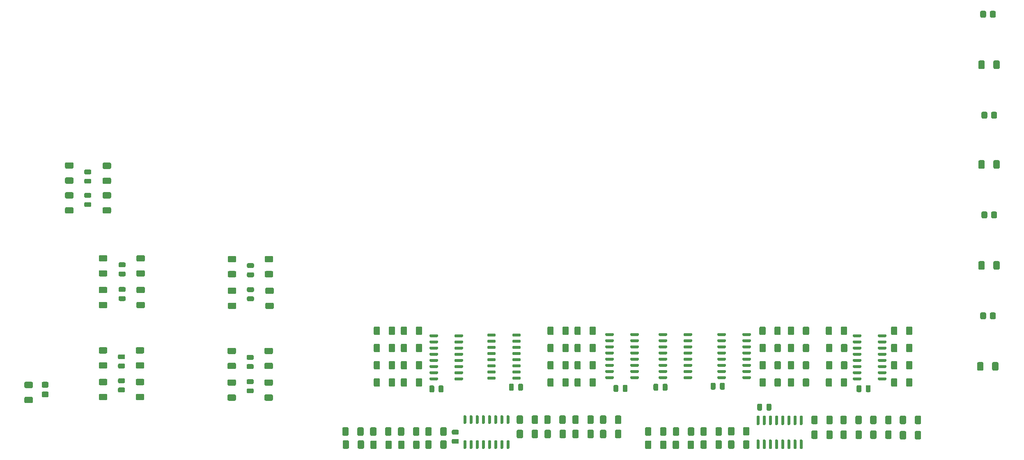
<source format=gbr>
%TF.GenerationSoftware,KiCad,Pcbnew,(5.1.10)-1*%
%TF.CreationDate,2021-10-30T12:18:14-04:00*%
%TF.ProjectId,Control Board,436f6e74-726f-46c2-9042-6f6172642e6b,rev?*%
%TF.SameCoordinates,Original*%
%TF.FileFunction,Paste,Top*%
%TF.FilePolarity,Positive*%
%FSLAX46Y46*%
G04 Gerber Fmt 4.6, Leading zero omitted, Abs format (unit mm)*
G04 Created by KiCad (PCBNEW (5.1.10)-1) date 2021-10-30 12:18:14*
%MOMM*%
%LPD*%
G01*
G04 APERTURE LIST*
G04 APERTURE END LIST*
%TO.C,R94*%
G36*
G01*
X236586000Y-109400500D02*
X236586000Y-108150500D01*
G75*
G02*
X236836000Y-107900500I250000J0D01*
G01*
X237636000Y-107900500D01*
G75*
G02*
X237886000Y-108150500I0J-250000D01*
G01*
X237886000Y-109400500D01*
G75*
G02*
X237636000Y-109650500I-250000J0D01*
G01*
X236836000Y-109650500D01*
G75*
G02*
X236586000Y-109400500I0J250000D01*
G01*
G37*
G36*
G01*
X233486000Y-109400500D02*
X233486000Y-108150500D01*
G75*
G02*
X233736000Y-107900500I250000J0D01*
G01*
X234536000Y-107900500D01*
G75*
G02*
X234786000Y-108150500I0J-250000D01*
G01*
X234786000Y-109400500D01*
G75*
G02*
X234536000Y-109650500I-250000J0D01*
G01*
X233736000Y-109650500D01*
G75*
G02*
X233486000Y-109400500I0J250000D01*
G01*
G37*
%TD*%
%TO.C,R34*%
G36*
G01*
X37271800Y-115073600D02*
X38521800Y-115073600D01*
G75*
G02*
X38771800Y-115323600I0J-250000D01*
G01*
X38771800Y-116123600D01*
G75*
G02*
X38521800Y-116373600I-250000J0D01*
G01*
X37271800Y-116373600D01*
G75*
G02*
X37021800Y-116123600I0J250000D01*
G01*
X37021800Y-115323600D01*
G75*
G02*
X37271800Y-115073600I250000J0D01*
G01*
G37*
G36*
G01*
X37271800Y-111973600D02*
X38521800Y-111973600D01*
G75*
G02*
X38771800Y-112223600I0J-250000D01*
G01*
X38771800Y-113023600D01*
G75*
G02*
X38521800Y-113273600I-250000J0D01*
G01*
X37271800Y-113273600D01*
G75*
G02*
X37021800Y-113023600I0J250000D01*
G01*
X37021800Y-112223600D01*
G75*
G02*
X37271800Y-111973600I250000J0D01*
G01*
G37*
%TD*%
%TO.C,R50*%
G36*
G01*
X124095200Y-121599800D02*
X124095200Y-122849800D01*
G75*
G02*
X123845200Y-123099800I-250000J0D01*
G01*
X123045200Y-123099800D01*
G75*
G02*
X122795200Y-122849800I0J250000D01*
G01*
X122795200Y-121599800D01*
G75*
G02*
X123045200Y-121349800I250000J0D01*
G01*
X123845200Y-121349800D01*
G75*
G02*
X124095200Y-121599800I0J-250000D01*
G01*
G37*
G36*
G01*
X120995200Y-121599800D02*
X120995200Y-122849800D01*
G75*
G02*
X120745200Y-123099800I-250000J0D01*
G01*
X119945200Y-123099800D01*
G75*
G02*
X119695200Y-122849800I0J250000D01*
G01*
X119695200Y-121599800D01*
G75*
G02*
X119945200Y-121349800I250000J0D01*
G01*
X120745200Y-121349800D01*
G75*
G02*
X120995200Y-121599800I0J-250000D01*
G01*
G37*
%TD*%
%TO.C,R47*%
G36*
G01*
X103874400Y-121599800D02*
X103874400Y-122849800D01*
G75*
G02*
X103624400Y-123099800I-250000J0D01*
G01*
X102824400Y-123099800D01*
G75*
G02*
X102574400Y-122849800I0J250000D01*
G01*
X102574400Y-121599800D01*
G75*
G02*
X102824400Y-121349800I250000J0D01*
G01*
X103624400Y-121349800D01*
G75*
G02*
X103874400Y-121599800I0J-250000D01*
G01*
G37*
G36*
G01*
X106974400Y-121599800D02*
X106974400Y-122849800D01*
G75*
G02*
X106724400Y-123099800I-250000J0D01*
G01*
X105924400Y-123099800D01*
G75*
G02*
X105674400Y-122849800I0J250000D01*
G01*
X105674400Y-121599800D01*
G75*
G02*
X105924400Y-121349800I250000J0D01*
G01*
X106724400Y-121349800D01*
G75*
G02*
X106974400Y-121599800I0J-250000D01*
G01*
G37*
%TD*%
%TO.C,R48*%
G36*
G01*
X109616000Y-121599800D02*
X109616000Y-122849800D01*
G75*
G02*
X109366000Y-123099800I-250000J0D01*
G01*
X108566000Y-123099800D01*
G75*
G02*
X108316000Y-122849800I0J250000D01*
G01*
X108316000Y-121599800D01*
G75*
G02*
X108566000Y-121349800I250000J0D01*
G01*
X109366000Y-121349800D01*
G75*
G02*
X109616000Y-121599800I0J-250000D01*
G01*
G37*
G36*
G01*
X112716000Y-121599800D02*
X112716000Y-122849800D01*
G75*
G02*
X112466000Y-123099800I-250000J0D01*
G01*
X111666000Y-123099800D01*
G75*
G02*
X111416000Y-122849800I0J250000D01*
G01*
X111416000Y-121599800D01*
G75*
G02*
X111666000Y-121349800I250000J0D01*
G01*
X112466000Y-121349800D01*
G75*
G02*
X112716000Y-121599800I0J-250000D01*
G01*
G37*
%TD*%
%TO.C,R49*%
G36*
G01*
X115356400Y-121599800D02*
X115356400Y-122849800D01*
G75*
G02*
X115106400Y-123099800I-250000J0D01*
G01*
X114306400Y-123099800D01*
G75*
G02*
X114056400Y-122849800I0J250000D01*
G01*
X114056400Y-121599800D01*
G75*
G02*
X114306400Y-121349800I250000J0D01*
G01*
X115106400Y-121349800D01*
G75*
G02*
X115356400Y-121599800I0J-250000D01*
G01*
G37*
G36*
G01*
X118456400Y-121599800D02*
X118456400Y-122849800D01*
G75*
G02*
X118206400Y-123099800I-250000J0D01*
G01*
X117406400Y-123099800D01*
G75*
G02*
X117156400Y-122849800I0J250000D01*
G01*
X117156400Y-121599800D01*
G75*
G02*
X117406400Y-121349800I250000J0D01*
G01*
X118206400Y-121349800D01*
G75*
G02*
X118456400Y-121599800I0J-250000D01*
G01*
G37*
%TD*%
%TO.C,R63*%
G36*
G01*
X105751200Y-125542200D02*
X105751200Y-124292200D01*
G75*
G02*
X106001200Y-124042200I250000J0D01*
G01*
X106801200Y-124042200D01*
G75*
G02*
X107051200Y-124292200I0J-250000D01*
G01*
X107051200Y-125542200D01*
G75*
G02*
X106801200Y-125792200I-250000J0D01*
G01*
X106001200Y-125792200D01*
G75*
G02*
X105751200Y-125542200I0J250000D01*
G01*
G37*
G36*
G01*
X102651200Y-125542200D02*
X102651200Y-124292200D01*
G75*
G02*
X102901200Y-124042200I250000J0D01*
G01*
X103701200Y-124042200D01*
G75*
G02*
X103951200Y-124292200I0J-250000D01*
G01*
X103951200Y-125542200D01*
G75*
G02*
X103701200Y-125792200I-250000J0D01*
G01*
X102901200Y-125792200D01*
G75*
G02*
X102651200Y-125542200I0J250000D01*
G01*
G37*
%TD*%
%TO.C,R64*%
G36*
G01*
X108365600Y-125593000D02*
X108365600Y-124343000D01*
G75*
G02*
X108615600Y-124093000I250000J0D01*
G01*
X109415600Y-124093000D01*
G75*
G02*
X109665600Y-124343000I0J-250000D01*
G01*
X109665600Y-125593000D01*
G75*
G02*
X109415600Y-125843000I-250000J0D01*
G01*
X108615600Y-125843000D01*
G75*
G02*
X108365600Y-125593000I0J250000D01*
G01*
G37*
G36*
G01*
X111465600Y-125593000D02*
X111465600Y-124343000D01*
G75*
G02*
X111715600Y-124093000I250000J0D01*
G01*
X112515600Y-124093000D01*
G75*
G02*
X112765600Y-124343000I0J-250000D01*
G01*
X112765600Y-125593000D01*
G75*
G02*
X112515600Y-125843000I-250000J0D01*
G01*
X111715600Y-125843000D01*
G75*
G02*
X111465600Y-125593000I0J250000D01*
G01*
G37*
%TD*%
%TO.C,R65*%
G36*
G01*
X117206000Y-125593000D02*
X117206000Y-124343000D01*
G75*
G02*
X117456000Y-124093000I250000J0D01*
G01*
X118256000Y-124093000D01*
G75*
G02*
X118506000Y-124343000I0J-250000D01*
G01*
X118506000Y-125593000D01*
G75*
G02*
X118256000Y-125843000I-250000J0D01*
G01*
X117456000Y-125843000D01*
G75*
G02*
X117206000Y-125593000I0J250000D01*
G01*
G37*
G36*
G01*
X114106000Y-125593000D02*
X114106000Y-124343000D01*
G75*
G02*
X114356000Y-124093000I250000J0D01*
G01*
X115156000Y-124093000D01*
G75*
G02*
X115406000Y-124343000I0J-250000D01*
G01*
X115406000Y-125593000D01*
G75*
G02*
X115156000Y-125843000I-250000J0D01*
G01*
X114356000Y-125843000D01*
G75*
G02*
X114106000Y-125593000I0J250000D01*
G01*
G37*
%TD*%
%TO.C,R66*%
G36*
G01*
X119694000Y-125542200D02*
X119694000Y-124292200D01*
G75*
G02*
X119944000Y-124042200I250000J0D01*
G01*
X120744000Y-124042200D01*
G75*
G02*
X120994000Y-124292200I0J-250000D01*
G01*
X120994000Y-125542200D01*
G75*
G02*
X120744000Y-125792200I-250000J0D01*
G01*
X119944000Y-125792200D01*
G75*
G02*
X119694000Y-125542200I0J250000D01*
G01*
G37*
G36*
G01*
X122794000Y-125542200D02*
X122794000Y-124292200D01*
G75*
G02*
X123044000Y-124042200I250000J0D01*
G01*
X123844000Y-124042200D01*
G75*
G02*
X124094000Y-124292200I0J-250000D01*
G01*
X124094000Y-125542200D01*
G75*
G02*
X123844000Y-125792200I-250000J0D01*
G01*
X123044000Y-125792200D01*
G75*
G02*
X122794000Y-125542200I0J250000D01*
G01*
G37*
%TD*%
%TO.C,C1*%
G36*
G01*
X50563800Y-75894900D02*
X49613800Y-75894900D01*
G75*
G02*
X49363800Y-75644900I0J250000D01*
G01*
X49363800Y-75144900D01*
G75*
G02*
X49613800Y-74894900I250000J0D01*
G01*
X50563800Y-74894900D01*
G75*
G02*
X50813800Y-75144900I0J-250000D01*
G01*
X50813800Y-75644900D01*
G75*
G02*
X50563800Y-75894900I-250000J0D01*
G01*
G37*
G36*
G01*
X50563800Y-73994900D02*
X49613800Y-73994900D01*
G75*
G02*
X49363800Y-73744900I0J250000D01*
G01*
X49363800Y-73244900D01*
G75*
G02*
X49613800Y-72994900I250000J0D01*
G01*
X50563800Y-72994900D01*
G75*
G02*
X50813800Y-73244900I0J-250000D01*
G01*
X50813800Y-73744900D01*
G75*
G02*
X50563800Y-73994900I-250000J0D01*
G01*
G37*
%TD*%
%TO.C,C2*%
G36*
G01*
X49613800Y-70068900D02*
X50563800Y-70068900D01*
G75*
G02*
X50813800Y-70318900I0J-250000D01*
G01*
X50813800Y-70818900D01*
G75*
G02*
X50563800Y-71068900I-250000J0D01*
G01*
X49613800Y-71068900D01*
G75*
G02*
X49363800Y-70818900I0J250000D01*
G01*
X49363800Y-70318900D01*
G75*
G02*
X49613800Y-70068900I250000J0D01*
G01*
G37*
G36*
G01*
X49613800Y-68168900D02*
X50563800Y-68168900D01*
G75*
G02*
X50813800Y-68418900I0J-250000D01*
G01*
X50813800Y-68918900D01*
G75*
G02*
X50563800Y-69168900I-250000J0D01*
G01*
X49613800Y-69168900D01*
G75*
G02*
X49363800Y-68918900I0J250000D01*
G01*
X49363800Y-68418900D01*
G75*
G02*
X49613800Y-68168900I250000J0D01*
G01*
G37*
%TD*%
%TO.C,C3*%
G36*
G01*
X57650400Y-95300500D02*
X56700400Y-95300500D01*
G75*
G02*
X56450400Y-95050500I0J250000D01*
G01*
X56450400Y-94550500D01*
G75*
G02*
X56700400Y-94300500I250000J0D01*
G01*
X57650400Y-94300500D01*
G75*
G02*
X57900400Y-94550500I0J-250000D01*
G01*
X57900400Y-95050500D01*
G75*
G02*
X57650400Y-95300500I-250000J0D01*
G01*
G37*
G36*
G01*
X57650400Y-93400500D02*
X56700400Y-93400500D01*
G75*
G02*
X56450400Y-93150500I0J250000D01*
G01*
X56450400Y-92650500D01*
G75*
G02*
X56700400Y-92400500I250000J0D01*
G01*
X57650400Y-92400500D01*
G75*
G02*
X57900400Y-92650500I0J-250000D01*
G01*
X57900400Y-93150500D01*
G75*
G02*
X57650400Y-93400500I-250000J0D01*
G01*
G37*
%TD*%
%TO.C,C4*%
G36*
G01*
X56700400Y-89225500D02*
X57650400Y-89225500D01*
G75*
G02*
X57900400Y-89475500I0J-250000D01*
G01*
X57900400Y-89975500D01*
G75*
G02*
X57650400Y-90225500I-250000J0D01*
G01*
X56700400Y-90225500D01*
G75*
G02*
X56450400Y-89975500I0J250000D01*
G01*
X56450400Y-89475500D01*
G75*
G02*
X56700400Y-89225500I250000J0D01*
G01*
G37*
G36*
G01*
X56700400Y-87325500D02*
X57650400Y-87325500D01*
G75*
G02*
X57900400Y-87575500I0J-250000D01*
G01*
X57900400Y-88075500D01*
G75*
G02*
X57650400Y-88325500I-250000J0D01*
G01*
X56700400Y-88325500D01*
G75*
G02*
X56450400Y-88075500I0J250000D01*
G01*
X56450400Y-87575500D01*
G75*
G02*
X56700400Y-87325500I250000J0D01*
G01*
G37*
%TD*%
%TO.C,C5*%
G36*
G01*
X84117200Y-95338600D02*
X83167200Y-95338600D01*
G75*
G02*
X82917200Y-95088600I0J250000D01*
G01*
X82917200Y-94588600D01*
G75*
G02*
X83167200Y-94338600I250000J0D01*
G01*
X84117200Y-94338600D01*
G75*
G02*
X84367200Y-94588600I0J-250000D01*
G01*
X84367200Y-95088600D01*
G75*
G02*
X84117200Y-95338600I-250000J0D01*
G01*
G37*
G36*
G01*
X84117200Y-93438600D02*
X83167200Y-93438600D01*
G75*
G02*
X82917200Y-93188600I0J250000D01*
G01*
X82917200Y-92688600D01*
G75*
G02*
X83167200Y-92438600I250000J0D01*
G01*
X84117200Y-92438600D01*
G75*
G02*
X84367200Y-92688600I0J-250000D01*
G01*
X84367200Y-93188600D01*
G75*
G02*
X84117200Y-93438600I-250000J0D01*
G01*
G37*
%TD*%
%TO.C,C6*%
G36*
G01*
X83167200Y-89385600D02*
X84117200Y-89385600D01*
G75*
G02*
X84367200Y-89635600I0J-250000D01*
G01*
X84367200Y-90135600D01*
G75*
G02*
X84117200Y-90385600I-250000J0D01*
G01*
X83167200Y-90385600D01*
G75*
G02*
X82917200Y-90135600I0J250000D01*
G01*
X82917200Y-89635600D01*
G75*
G02*
X83167200Y-89385600I250000J0D01*
G01*
G37*
G36*
G01*
X83167200Y-87485600D02*
X84117200Y-87485600D01*
G75*
G02*
X84367200Y-87735600I0J-250000D01*
G01*
X84367200Y-88235600D01*
G75*
G02*
X84117200Y-88485600I-250000J0D01*
G01*
X83167200Y-88485600D01*
G75*
G02*
X82917200Y-88235600I0J250000D01*
G01*
X82917200Y-87735600D01*
G75*
G02*
X83167200Y-87485600I250000J0D01*
G01*
G37*
%TD*%
%TO.C,C7*%
G36*
G01*
X57523400Y-114160000D02*
X56573400Y-114160000D01*
G75*
G02*
X56323400Y-113910000I0J250000D01*
G01*
X56323400Y-113410000D01*
G75*
G02*
X56573400Y-113160000I250000J0D01*
G01*
X57523400Y-113160000D01*
G75*
G02*
X57773400Y-113410000I0J-250000D01*
G01*
X57773400Y-113910000D01*
G75*
G02*
X57523400Y-114160000I-250000J0D01*
G01*
G37*
G36*
G01*
X57523400Y-112260000D02*
X56573400Y-112260000D01*
G75*
G02*
X56323400Y-112010000I0J250000D01*
G01*
X56323400Y-111510000D01*
G75*
G02*
X56573400Y-111260000I250000J0D01*
G01*
X57523400Y-111260000D01*
G75*
G02*
X57773400Y-111510000I0J-250000D01*
G01*
X57773400Y-112010000D01*
G75*
G02*
X57523400Y-112260000I-250000J0D01*
G01*
G37*
%TD*%
%TO.C,C8*%
G36*
G01*
X56573400Y-108212000D02*
X57523400Y-108212000D01*
G75*
G02*
X57773400Y-108462000I0J-250000D01*
G01*
X57773400Y-108962000D01*
G75*
G02*
X57523400Y-109212000I-250000J0D01*
G01*
X56573400Y-109212000D01*
G75*
G02*
X56323400Y-108962000I0J250000D01*
G01*
X56323400Y-108462000D01*
G75*
G02*
X56573400Y-108212000I250000J0D01*
G01*
G37*
G36*
G01*
X56573400Y-106312000D02*
X57523400Y-106312000D01*
G75*
G02*
X57773400Y-106562000I0J-250000D01*
G01*
X57773400Y-107062000D01*
G75*
G02*
X57523400Y-107312000I-250000J0D01*
G01*
X56573400Y-107312000D01*
G75*
G02*
X56323400Y-107062000I0J250000D01*
G01*
X56323400Y-106562000D01*
G75*
G02*
X56573400Y-106312000I250000J0D01*
G01*
G37*
%TD*%
%TO.C,C9*%
G36*
G01*
X84053700Y-114340300D02*
X83103700Y-114340300D01*
G75*
G02*
X82853700Y-114090300I0J250000D01*
G01*
X82853700Y-113590300D01*
G75*
G02*
X83103700Y-113340300I250000J0D01*
G01*
X84053700Y-113340300D01*
G75*
G02*
X84303700Y-113590300I0J-250000D01*
G01*
X84303700Y-114090300D01*
G75*
G02*
X84053700Y-114340300I-250000J0D01*
G01*
G37*
G36*
G01*
X84053700Y-112440300D02*
X83103700Y-112440300D01*
G75*
G02*
X82853700Y-112190300I0J250000D01*
G01*
X82853700Y-111690300D01*
G75*
G02*
X83103700Y-111440300I250000J0D01*
G01*
X84053700Y-111440300D01*
G75*
G02*
X84303700Y-111690300I0J-250000D01*
G01*
X84303700Y-112190300D01*
G75*
G02*
X84053700Y-112440300I-250000J0D01*
G01*
G37*
%TD*%
%TO.C,C10*%
G36*
G01*
X83103700Y-108326300D02*
X84053700Y-108326300D01*
G75*
G02*
X84303700Y-108576300I0J-250000D01*
G01*
X84303700Y-109076300D01*
G75*
G02*
X84053700Y-109326300I-250000J0D01*
G01*
X83103700Y-109326300D01*
G75*
G02*
X82853700Y-109076300I0J250000D01*
G01*
X82853700Y-108576300D01*
G75*
G02*
X83103700Y-108326300I250000J0D01*
G01*
G37*
G36*
G01*
X83103700Y-106426300D02*
X84053700Y-106426300D01*
G75*
G02*
X84303700Y-106676300I0J-250000D01*
G01*
X84303700Y-107176300D01*
G75*
G02*
X84053700Y-107426300I-250000J0D01*
G01*
X83103700Y-107426300D01*
G75*
G02*
X82853700Y-107176300I0J250000D01*
G01*
X82853700Y-106676300D01*
G75*
G02*
X83103700Y-106426300I250000J0D01*
G01*
G37*
%TD*%
%TO.C,R1*%
G36*
G01*
X191679400Y-102072600D02*
X191679400Y-100822600D01*
G75*
G02*
X191929400Y-100572600I250000J0D01*
G01*
X192729400Y-100572600D01*
G75*
G02*
X192979400Y-100822600I0J-250000D01*
G01*
X192979400Y-102072600D01*
G75*
G02*
X192729400Y-102322600I-250000J0D01*
G01*
X191929400Y-102322600D01*
G75*
G02*
X191679400Y-102072600I0J250000D01*
G01*
G37*
G36*
G01*
X188579400Y-102072600D02*
X188579400Y-100822600D01*
G75*
G02*
X188829400Y-100572600I250000J0D01*
G01*
X189629400Y-100572600D01*
G75*
G02*
X189879400Y-100822600I0J-250000D01*
G01*
X189879400Y-102072600D01*
G75*
G02*
X189629400Y-102322600I-250000J0D01*
G01*
X188829400Y-102322600D01*
G75*
G02*
X188579400Y-102072600I0J250000D01*
G01*
G37*
%TD*%
%TO.C,R2*%
G36*
G01*
X194447400Y-102072600D02*
X194447400Y-100822600D01*
G75*
G02*
X194697400Y-100572600I250000J0D01*
G01*
X195497400Y-100572600D01*
G75*
G02*
X195747400Y-100822600I0J-250000D01*
G01*
X195747400Y-102072600D01*
G75*
G02*
X195497400Y-102322600I-250000J0D01*
G01*
X194697400Y-102322600D01*
G75*
G02*
X194447400Y-102072600I0J250000D01*
G01*
G37*
G36*
G01*
X197547400Y-102072600D02*
X197547400Y-100822600D01*
G75*
G02*
X197797400Y-100572600I250000J0D01*
G01*
X198597400Y-100572600D01*
G75*
G02*
X198847400Y-100822600I0J-250000D01*
G01*
X198847400Y-102072600D01*
G75*
G02*
X198597400Y-102322600I-250000J0D01*
G01*
X197797400Y-102322600D01*
G75*
G02*
X197547400Y-102072600I0J250000D01*
G01*
G37*
%TD*%
%TO.C,R3*%
G36*
G01*
X188605400Y-105628600D02*
X188605400Y-104378600D01*
G75*
G02*
X188855400Y-104128600I250000J0D01*
G01*
X189655400Y-104128600D01*
G75*
G02*
X189905400Y-104378600I0J-250000D01*
G01*
X189905400Y-105628600D01*
G75*
G02*
X189655400Y-105878600I-250000J0D01*
G01*
X188855400Y-105878600D01*
G75*
G02*
X188605400Y-105628600I0J250000D01*
G01*
G37*
G36*
G01*
X191705400Y-105628600D02*
X191705400Y-104378600D01*
G75*
G02*
X191955400Y-104128600I250000J0D01*
G01*
X192755400Y-104128600D01*
G75*
G02*
X193005400Y-104378600I0J-250000D01*
G01*
X193005400Y-105628600D01*
G75*
G02*
X192755400Y-105878600I-250000J0D01*
G01*
X191955400Y-105878600D01*
G75*
G02*
X191705400Y-105628600I0J250000D01*
G01*
G37*
%TD*%
%TO.C,R4*%
G36*
G01*
X197547400Y-105628600D02*
X197547400Y-104378600D01*
G75*
G02*
X197797400Y-104128600I250000J0D01*
G01*
X198597400Y-104128600D01*
G75*
G02*
X198847400Y-104378600I0J-250000D01*
G01*
X198847400Y-105628600D01*
G75*
G02*
X198597400Y-105878600I-250000J0D01*
G01*
X197797400Y-105878600D01*
G75*
G02*
X197547400Y-105628600I0J250000D01*
G01*
G37*
G36*
G01*
X194447400Y-105628600D02*
X194447400Y-104378600D01*
G75*
G02*
X194697400Y-104128600I250000J0D01*
G01*
X195497400Y-104128600D01*
G75*
G02*
X195747400Y-104378600I0J-250000D01*
G01*
X195747400Y-105628600D01*
G75*
G02*
X195497400Y-105878600I-250000J0D01*
G01*
X194697400Y-105878600D01*
G75*
G02*
X194447400Y-105628600I0J250000D01*
G01*
G37*
%TD*%
%TO.C,R5*%
G36*
G01*
X188605400Y-109184600D02*
X188605400Y-107934600D01*
G75*
G02*
X188855400Y-107684600I250000J0D01*
G01*
X189655400Y-107684600D01*
G75*
G02*
X189905400Y-107934600I0J-250000D01*
G01*
X189905400Y-109184600D01*
G75*
G02*
X189655400Y-109434600I-250000J0D01*
G01*
X188855400Y-109434600D01*
G75*
G02*
X188605400Y-109184600I0J250000D01*
G01*
G37*
G36*
G01*
X191705400Y-109184600D02*
X191705400Y-107934600D01*
G75*
G02*
X191955400Y-107684600I250000J0D01*
G01*
X192755400Y-107684600D01*
G75*
G02*
X193005400Y-107934600I0J-250000D01*
G01*
X193005400Y-109184600D01*
G75*
G02*
X192755400Y-109434600I-250000J0D01*
G01*
X191955400Y-109434600D01*
G75*
G02*
X191705400Y-109184600I0J250000D01*
G01*
G37*
%TD*%
%TO.C,R6*%
G36*
G01*
X197547400Y-109184600D02*
X197547400Y-107934600D01*
G75*
G02*
X197797400Y-107684600I250000J0D01*
G01*
X198597400Y-107684600D01*
G75*
G02*
X198847400Y-107934600I0J-250000D01*
G01*
X198847400Y-109184600D01*
G75*
G02*
X198597400Y-109434600I-250000J0D01*
G01*
X197797400Y-109434600D01*
G75*
G02*
X197547400Y-109184600I0J250000D01*
G01*
G37*
G36*
G01*
X194447400Y-109184600D02*
X194447400Y-107934600D01*
G75*
G02*
X194697400Y-107684600I250000J0D01*
G01*
X195497400Y-107684600D01*
G75*
G02*
X195747400Y-107934600I0J-250000D01*
G01*
X195747400Y-109184600D01*
G75*
G02*
X195497400Y-109434600I-250000J0D01*
G01*
X194697400Y-109434600D01*
G75*
G02*
X194447400Y-109184600I0J250000D01*
G01*
G37*
%TD*%
%TO.C,R7*%
G36*
G01*
X188605400Y-112740600D02*
X188605400Y-111490600D01*
G75*
G02*
X188855400Y-111240600I250000J0D01*
G01*
X189655400Y-111240600D01*
G75*
G02*
X189905400Y-111490600I0J-250000D01*
G01*
X189905400Y-112740600D01*
G75*
G02*
X189655400Y-112990600I-250000J0D01*
G01*
X188855400Y-112990600D01*
G75*
G02*
X188605400Y-112740600I0J250000D01*
G01*
G37*
G36*
G01*
X191705400Y-112740600D02*
X191705400Y-111490600D01*
G75*
G02*
X191955400Y-111240600I250000J0D01*
G01*
X192755400Y-111240600D01*
G75*
G02*
X193005400Y-111490600I0J-250000D01*
G01*
X193005400Y-112740600D01*
G75*
G02*
X192755400Y-112990600I-250000J0D01*
G01*
X191955400Y-112990600D01*
G75*
G02*
X191705400Y-112740600I0J250000D01*
G01*
G37*
%TD*%
%TO.C,R8*%
G36*
G01*
X197547400Y-112740600D02*
X197547400Y-111490600D01*
G75*
G02*
X197797400Y-111240600I250000J0D01*
G01*
X198597400Y-111240600D01*
G75*
G02*
X198847400Y-111490600I0J-250000D01*
G01*
X198847400Y-112740600D01*
G75*
G02*
X198597400Y-112990600I-250000J0D01*
G01*
X197797400Y-112990600D01*
G75*
G02*
X197547400Y-112740600I0J250000D01*
G01*
G37*
G36*
G01*
X194447400Y-112740600D02*
X194447400Y-111490600D01*
G75*
G02*
X194697400Y-111240600I250000J0D01*
G01*
X195497400Y-111240600D01*
G75*
G02*
X195747400Y-111490600I0J-250000D01*
G01*
X195747400Y-112740600D01*
G75*
G02*
X195497400Y-112990600I-250000J0D01*
G01*
X194697400Y-112990600D01*
G75*
G02*
X194447400Y-112740600I0J250000D01*
G01*
G37*
%TD*%
%TO.C,R9*%
G36*
G01*
X149265400Y-111490600D02*
X149265400Y-112740600D01*
G75*
G02*
X149015400Y-112990600I-250000J0D01*
G01*
X148215400Y-112990600D01*
G75*
G02*
X147965400Y-112740600I0J250000D01*
G01*
X147965400Y-111490600D01*
G75*
G02*
X148215400Y-111240600I250000J0D01*
G01*
X149015400Y-111240600D01*
G75*
G02*
X149265400Y-111490600I0J-250000D01*
G01*
G37*
G36*
G01*
X146165400Y-111490600D02*
X146165400Y-112740600D01*
G75*
G02*
X145915400Y-112990600I-250000J0D01*
G01*
X145115400Y-112990600D01*
G75*
G02*
X144865400Y-112740600I0J250000D01*
G01*
X144865400Y-111490600D01*
G75*
G02*
X145115400Y-111240600I250000J0D01*
G01*
X145915400Y-111240600D01*
G75*
G02*
X146165400Y-111490600I0J-250000D01*
G01*
G37*
%TD*%
%TO.C,R10*%
G36*
G01*
X151753400Y-111490600D02*
X151753400Y-112740600D01*
G75*
G02*
X151503400Y-112990600I-250000J0D01*
G01*
X150703400Y-112990600D01*
G75*
G02*
X150453400Y-112740600I0J250000D01*
G01*
X150453400Y-111490600D01*
G75*
G02*
X150703400Y-111240600I250000J0D01*
G01*
X151503400Y-111240600D01*
G75*
G02*
X151753400Y-111490600I0J-250000D01*
G01*
G37*
G36*
G01*
X154853400Y-111490600D02*
X154853400Y-112740600D01*
G75*
G02*
X154603400Y-112990600I-250000J0D01*
G01*
X153803400Y-112990600D01*
G75*
G02*
X153553400Y-112740600I0J250000D01*
G01*
X153553400Y-111490600D01*
G75*
G02*
X153803400Y-111240600I250000J0D01*
G01*
X154603400Y-111240600D01*
G75*
G02*
X154853400Y-111490600I0J-250000D01*
G01*
G37*
%TD*%
%TO.C,R11*%
G36*
G01*
X149265400Y-107934600D02*
X149265400Y-109184600D01*
G75*
G02*
X149015400Y-109434600I-250000J0D01*
G01*
X148215400Y-109434600D01*
G75*
G02*
X147965400Y-109184600I0J250000D01*
G01*
X147965400Y-107934600D01*
G75*
G02*
X148215400Y-107684600I250000J0D01*
G01*
X149015400Y-107684600D01*
G75*
G02*
X149265400Y-107934600I0J-250000D01*
G01*
G37*
G36*
G01*
X146165400Y-107934600D02*
X146165400Y-109184600D01*
G75*
G02*
X145915400Y-109434600I-250000J0D01*
G01*
X145115400Y-109434600D01*
G75*
G02*
X144865400Y-109184600I0J250000D01*
G01*
X144865400Y-107934600D01*
G75*
G02*
X145115400Y-107684600I250000J0D01*
G01*
X145915400Y-107684600D01*
G75*
G02*
X146165400Y-107934600I0J-250000D01*
G01*
G37*
%TD*%
%TO.C,R12*%
G36*
G01*
X151753400Y-107934600D02*
X151753400Y-109184600D01*
G75*
G02*
X151503400Y-109434600I-250000J0D01*
G01*
X150703400Y-109434600D01*
G75*
G02*
X150453400Y-109184600I0J250000D01*
G01*
X150453400Y-107934600D01*
G75*
G02*
X150703400Y-107684600I250000J0D01*
G01*
X151503400Y-107684600D01*
G75*
G02*
X151753400Y-107934600I0J-250000D01*
G01*
G37*
G36*
G01*
X154853400Y-107934600D02*
X154853400Y-109184600D01*
G75*
G02*
X154603400Y-109434600I-250000J0D01*
G01*
X153803400Y-109434600D01*
G75*
G02*
X153553400Y-109184600I0J250000D01*
G01*
X153553400Y-107934600D01*
G75*
G02*
X153803400Y-107684600I250000J0D01*
G01*
X154603400Y-107684600D01*
G75*
G02*
X154853400Y-107934600I0J-250000D01*
G01*
G37*
%TD*%
%TO.C,R13*%
G36*
G01*
X149265400Y-104378600D02*
X149265400Y-105628600D01*
G75*
G02*
X149015400Y-105878600I-250000J0D01*
G01*
X148215400Y-105878600D01*
G75*
G02*
X147965400Y-105628600I0J250000D01*
G01*
X147965400Y-104378600D01*
G75*
G02*
X148215400Y-104128600I250000J0D01*
G01*
X149015400Y-104128600D01*
G75*
G02*
X149265400Y-104378600I0J-250000D01*
G01*
G37*
G36*
G01*
X146165400Y-104378600D02*
X146165400Y-105628600D01*
G75*
G02*
X145915400Y-105878600I-250000J0D01*
G01*
X145115400Y-105878600D01*
G75*
G02*
X144865400Y-105628600I0J250000D01*
G01*
X144865400Y-104378600D01*
G75*
G02*
X145115400Y-104128600I250000J0D01*
G01*
X145915400Y-104128600D01*
G75*
G02*
X146165400Y-104378600I0J-250000D01*
G01*
G37*
%TD*%
%TO.C,R14*%
G36*
G01*
X151753400Y-104378600D02*
X151753400Y-105628600D01*
G75*
G02*
X151503400Y-105878600I-250000J0D01*
G01*
X150703400Y-105878600D01*
G75*
G02*
X150453400Y-105628600I0J250000D01*
G01*
X150453400Y-104378600D01*
G75*
G02*
X150703400Y-104128600I250000J0D01*
G01*
X151503400Y-104128600D01*
G75*
G02*
X151753400Y-104378600I0J-250000D01*
G01*
G37*
G36*
G01*
X154853400Y-104378600D02*
X154853400Y-105628600D01*
G75*
G02*
X154603400Y-105878600I-250000J0D01*
G01*
X153803400Y-105878600D01*
G75*
G02*
X153553400Y-105628600I0J250000D01*
G01*
X153553400Y-104378600D01*
G75*
G02*
X153803400Y-104128600I250000J0D01*
G01*
X154603400Y-104128600D01*
G75*
G02*
X154853400Y-104378600I0J-250000D01*
G01*
G37*
%TD*%
%TO.C,R15*%
G36*
G01*
X149265400Y-100822600D02*
X149265400Y-102072600D01*
G75*
G02*
X149015400Y-102322600I-250000J0D01*
G01*
X148215400Y-102322600D01*
G75*
G02*
X147965400Y-102072600I0J250000D01*
G01*
X147965400Y-100822600D01*
G75*
G02*
X148215400Y-100572600I250000J0D01*
G01*
X149015400Y-100572600D01*
G75*
G02*
X149265400Y-100822600I0J-250000D01*
G01*
G37*
G36*
G01*
X146165400Y-100822600D02*
X146165400Y-102072600D01*
G75*
G02*
X145915400Y-102322600I-250000J0D01*
G01*
X145115400Y-102322600D01*
G75*
G02*
X144865400Y-102072600I0J250000D01*
G01*
X144865400Y-100822600D01*
G75*
G02*
X145115400Y-100572600I250000J0D01*
G01*
X145915400Y-100572600D01*
G75*
G02*
X146165400Y-100822600I0J-250000D01*
G01*
G37*
%TD*%
%TO.C,R16*%
G36*
G01*
X151753400Y-100822600D02*
X151753400Y-102072600D01*
G75*
G02*
X151503400Y-102322600I-250000J0D01*
G01*
X150703400Y-102322600D01*
G75*
G02*
X150453400Y-102072600I0J250000D01*
G01*
X150453400Y-100822600D01*
G75*
G02*
X150703400Y-100572600I250000J0D01*
G01*
X151503400Y-100572600D01*
G75*
G02*
X151753400Y-100822600I0J-250000D01*
G01*
G37*
G36*
G01*
X154853400Y-100822600D02*
X154853400Y-102072600D01*
G75*
G02*
X154603400Y-102322600I-250000J0D01*
G01*
X153803400Y-102322600D01*
G75*
G02*
X153553400Y-102072600I0J250000D01*
G01*
X153553400Y-100822600D01*
G75*
G02*
X153803400Y-100572600I250000J0D01*
G01*
X154603400Y-100572600D01*
G75*
G02*
X154853400Y-100822600I0J-250000D01*
G01*
G37*
%TD*%
%TO.C,R17*%
G36*
G01*
X114639400Y-102072600D02*
X114639400Y-100822600D01*
G75*
G02*
X114889400Y-100572600I250000J0D01*
G01*
X115689400Y-100572600D01*
G75*
G02*
X115939400Y-100822600I0J-250000D01*
G01*
X115939400Y-102072600D01*
G75*
G02*
X115689400Y-102322600I-250000J0D01*
G01*
X114889400Y-102322600D01*
G75*
G02*
X114639400Y-102072600I0J250000D01*
G01*
G37*
G36*
G01*
X117739400Y-102072600D02*
X117739400Y-100822600D01*
G75*
G02*
X117989400Y-100572600I250000J0D01*
G01*
X118789400Y-100572600D01*
G75*
G02*
X119039400Y-100822600I0J-250000D01*
G01*
X119039400Y-102072600D01*
G75*
G02*
X118789400Y-102322600I-250000J0D01*
G01*
X117989400Y-102322600D01*
G75*
G02*
X117739400Y-102072600I0J250000D01*
G01*
G37*
%TD*%
%TO.C,R18*%
G36*
G01*
X112151400Y-102072600D02*
X112151400Y-100822600D01*
G75*
G02*
X112401400Y-100572600I250000J0D01*
G01*
X113201400Y-100572600D01*
G75*
G02*
X113451400Y-100822600I0J-250000D01*
G01*
X113451400Y-102072600D01*
G75*
G02*
X113201400Y-102322600I-250000J0D01*
G01*
X112401400Y-102322600D01*
G75*
G02*
X112151400Y-102072600I0J250000D01*
G01*
G37*
G36*
G01*
X109051400Y-102072600D02*
X109051400Y-100822600D01*
G75*
G02*
X109301400Y-100572600I250000J0D01*
G01*
X110101400Y-100572600D01*
G75*
G02*
X110351400Y-100822600I0J-250000D01*
G01*
X110351400Y-102072600D01*
G75*
G02*
X110101400Y-102322600I-250000J0D01*
G01*
X109301400Y-102322600D01*
G75*
G02*
X109051400Y-102072600I0J250000D01*
G01*
G37*
%TD*%
%TO.C,R19*%
G36*
G01*
X114639400Y-105628600D02*
X114639400Y-104378600D01*
G75*
G02*
X114889400Y-104128600I250000J0D01*
G01*
X115689400Y-104128600D01*
G75*
G02*
X115939400Y-104378600I0J-250000D01*
G01*
X115939400Y-105628600D01*
G75*
G02*
X115689400Y-105878600I-250000J0D01*
G01*
X114889400Y-105878600D01*
G75*
G02*
X114639400Y-105628600I0J250000D01*
G01*
G37*
G36*
G01*
X117739400Y-105628600D02*
X117739400Y-104378600D01*
G75*
G02*
X117989400Y-104128600I250000J0D01*
G01*
X118789400Y-104128600D01*
G75*
G02*
X119039400Y-104378600I0J-250000D01*
G01*
X119039400Y-105628600D01*
G75*
G02*
X118789400Y-105878600I-250000J0D01*
G01*
X117989400Y-105878600D01*
G75*
G02*
X117739400Y-105628600I0J250000D01*
G01*
G37*
%TD*%
%TO.C,R20*%
G36*
G01*
X112151400Y-105628600D02*
X112151400Y-104378600D01*
G75*
G02*
X112401400Y-104128600I250000J0D01*
G01*
X113201400Y-104128600D01*
G75*
G02*
X113451400Y-104378600I0J-250000D01*
G01*
X113451400Y-105628600D01*
G75*
G02*
X113201400Y-105878600I-250000J0D01*
G01*
X112401400Y-105878600D01*
G75*
G02*
X112151400Y-105628600I0J250000D01*
G01*
G37*
G36*
G01*
X109051400Y-105628600D02*
X109051400Y-104378600D01*
G75*
G02*
X109301400Y-104128600I250000J0D01*
G01*
X110101400Y-104128600D01*
G75*
G02*
X110351400Y-104378600I0J-250000D01*
G01*
X110351400Y-105628600D01*
G75*
G02*
X110101400Y-105878600I-250000J0D01*
G01*
X109301400Y-105878600D01*
G75*
G02*
X109051400Y-105628600I0J250000D01*
G01*
G37*
%TD*%
%TO.C,R21*%
G36*
G01*
X114639400Y-109184600D02*
X114639400Y-107934600D01*
G75*
G02*
X114889400Y-107684600I250000J0D01*
G01*
X115689400Y-107684600D01*
G75*
G02*
X115939400Y-107934600I0J-250000D01*
G01*
X115939400Y-109184600D01*
G75*
G02*
X115689400Y-109434600I-250000J0D01*
G01*
X114889400Y-109434600D01*
G75*
G02*
X114639400Y-109184600I0J250000D01*
G01*
G37*
G36*
G01*
X117739400Y-109184600D02*
X117739400Y-107934600D01*
G75*
G02*
X117989400Y-107684600I250000J0D01*
G01*
X118789400Y-107684600D01*
G75*
G02*
X119039400Y-107934600I0J-250000D01*
G01*
X119039400Y-109184600D01*
G75*
G02*
X118789400Y-109434600I-250000J0D01*
G01*
X117989400Y-109434600D01*
G75*
G02*
X117739400Y-109184600I0J250000D01*
G01*
G37*
%TD*%
%TO.C,R22*%
G36*
G01*
X112151400Y-109184600D02*
X112151400Y-107934600D01*
G75*
G02*
X112401400Y-107684600I250000J0D01*
G01*
X113201400Y-107684600D01*
G75*
G02*
X113451400Y-107934600I0J-250000D01*
G01*
X113451400Y-109184600D01*
G75*
G02*
X113201400Y-109434600I-250000J0D01*
G01*
X112401400Y-109434600D01*
G75*
G02*
X112151400Y-109184600I0J250000D01*
G01*
G37*
G36*
G01*
X109051400Y-109184600D02*
X109051400Y-107934600D01*
G75*
G02*
X109301400Y-107684600I250000J0D01*
G01*
X110101400Y-107684600D01*
G75*
G02*
X110351400Y-107934600I0J-250000D01*
G01*
X110351400Y-109184600D01*
G75*
G02*
X110101400Y-109434600I-250000J0D01*
G01*
X109301400Y-109434600D01*
G75*
G02*
X109051400Y-109184600I0J250000D01*
G01*
G37*
%TD*%
%TO.C,R23*%
G36*
G01*
X114639400Y-112740600D02*
X114639400Y-111490600D01*
G75*
G02*
X114889400Y-111240600I250000J0D01*
G01*
X115689400Y-111240600D01*
G75*
G02*
X115939400Y-111490600I0J-250000D01*
G01*
X115939400Y-112740600D01*
G75*
G02*
X115689400Y-112990600I-250000J0D01*
G01*
X114889400Y-112990600D01*
G75*
G02*
X114639400Y-112740600I0J250000D01*
G01*
G37*
G36*
G01*
X117739400Y-112740600D02*
X117739400Y-111490600D01*
G75*
G02*
X117989400Y-111240600I250000J0D01*
G01*
X118789400Y-111240600D01*
G75*
G02*
X119039400Y-111490600I0J-250000D01*
G01*
X119039400Y-112740600D01*
G75*
G02*
X118789400Y-112990600I-250000J0D01*
G01*
X117989400Y-112990600D01*
G75*
G02*
X117739400Y-112740600I0J250000D01*
G01*
G37*
%TD*%
%TO.C,R24*%
G36*
G01*
X112151400Y-112740600D02*
X112151400Y-111490600D01*
G75*
G02*
X112401400Y-111240600I250000J0D01*
G01*
X113201400Y-111240600D01*
G75*
G02*
X113451400Y-111490600I0J-250000D01*
G01*
X113451400Y-112740600D01*
G75*
G02*
X113201400Y-112990600I-250000J0D01*
G01*
X112401400Y-112990600D01*
G75*
G02*
X112151400Y-112740600I0J250000D01*
G01*
G37*
G36*
G01*
X109051400Y-112740600D02*
X109051400Y-111490600D01*
G75*
G02*
X109301400Y-111240600I250000J0D01*
G01*
X110101400Y-111240600D01*
G75*
G02*
X110351400Y-111490600I0J-250000D01*
G01*
X110351400Y-112740600D01*
G75*
G02*
X110101400Y-112990600I-250000J0D01*
G01*
X109301400Y-112990600D01*
G75*
G02*
X109051400Y-112740600I0J250000D01*
G01*
G37*
%TD*%
%TO.C,R25*%
G36*
G01*
X218831400Y-102072600D02*
X218831400Y-100822600D01*
G75*
G02*
X219081400Y-100572600I250000J0D01*
G01*
X219881400Y-100572600D01*
G75*
G02*
X220131400Y-100822600I0J-250000D01*
G01*
X220131400Y-102072600D01*
G75*
G02*
X219881400Y-102322600I-250000J0D01*
G01*
X219081400Y-102322600D01*
G75*
G02*
X218831400Y-102072600I0J250000D01*
G01*
G37*
G36*
G01*
X215731400Y-102072600D02*
X215731400Y-100822600D01*
G75*
G02*
X215981400Y-100572600I250000J0D01*
G01*
X216781400Y-100572600D01*
G75*
G02*
X217031400Y-100822600I0J-250000D01*
G01*
X217031400Y-102072600D01*
G75*
G02*
X216781400Y-102322600I-250000J0D01*
G01*
X215981400Y-102322600D01*
G75*
G02*
X215731400Y-102072600I0J250000D01*
G01*
G37*
%TD*%
%TO.C,R26*%
G36*
G01*
X215731400Y-105628600D02*
X215731400Y-104378600D01*
G75*
G02*
X215981400Y-104128600I250000J0D01*
G01*
X216781400Y-104128600D01*
G75*
G02*
X217031400Y-104378600I0J-250000D01*
G01*
X217031400Y-105628600D01*
G75*
G02*
X216781400Y-105878600I-250000J0D01*
G01*
X215981400Y-105878600D01*
G75*
G02*
X215731400Y-105628600I0J250000D01*
G01*
G37*
G36*
G01*
X218831400Y-105628600D02*
X218831400Y-104378600D01*
G75*
G02*
X219081400Y-104128600I250000J0D01*
G01*
X219881400Y-104128600D01*
G75*
G02*
X220131400Y-104378600I0J-250000D01*
G01*
X220131400Y-105628600D01*
G75*
G02*
X219881400Y-105878600I-250000J0D01*
G01*
X219081400Y-105878600D01*
G75*
G02*
X218831400Y-105628600I0J250000D01*
G01*
G37*
%TD*%
%TO.C,R27*%
G36*
G01*
X218831400Y-109184600D02*
X218831400Y-107934600D01*
G75*
G02*
X219081400Y-107684600I250000J0D01*
G01*
X219881400Y-107684600D01*
G75*
G02*
X220131400Y-107934600I0J-250000D01*
G01*
X220131400Y-109184600D01*
G75*
G02*
X219881400Y-109434600I-250000J0D01*
G01*
X219081400Y-109434600D01*
G75*
G02*
X218831400Y-109184600I0J250000D01*
G01*
G37*
G36*
G01*
X215731400Y-109184600D02*
X215731400Y-107934600D01*
G75*
G02*
X215981400Y-107684600I250000J0D01*
G01*
X216781400Y-107684600D01*
G75*
G02*
X217031400Y-107934600I0J-250000D01*
G01*
X217031400Y-109184600D01*
G75*
G02*
X216781400Y-109434600I-250000J0D01*
G01*
X215981400Y-109434600D01*
G75*
G02*
X215731400Y-109184600I0J250000D01*
G01*
G37*
%TD*%
%TO.C,R28*%
G36*
G01*
X215731400Y-112740600D02*
X215731400Y-111490600D01*
G75*
G02*
X215981400Y-111240600I250000J0D01*
G01*
X216781400Y-111240600D01*
G75*
G02*
X217031400Y-111490600I0J-250000D01*
G01*
X217031400Y-112740600D01*
G75*
G02*
X216781400Y-112990600I-250000J0D01*
G01*
X215981400Y-112990600D01*
G75*
G02*
X215731400Y-112740600I0J250000D01*
G01*
G37*
G36*
G01*
X218831400Y-112740600D02*
X218831400Y-111490600D01*
G75*
G02*
X219081400Y-111240600I250000J0D01*
G01*
X219881400Y-111240600D01*
G75*
G02*
X220131400Y-111490600I0J-250000D01*
G01*
X220131400Y-112740600D01*
G75*
G02*
X219881400Y-112990600I-250000J0D01*
G01*
X219081400Y-112990600D01*
G75*
G02*
X218831400Y-112740600I0J250000D01*
G01*
G37*
%TD*%
%TO.C,R29*%
G36*
G01*
X206669400Y-111490600D02*
X206669400Y-112740600D01*
G75*
G02*
X206419400Y-112990600I-250000J0D01*
G01*
X205619400Y-112990600D01*
G75*
G02*
X205369400Y-112740600I0J250000D01*
G01*
X205369400Y-111490600D01*
G75*
G02*
X205619400Y-111240600I250000J0D01*
G01*
X206419400Y-111240600D01*
G75*
G02*
X206669400Y-111490600I0J-250000D01*
G01*
G37*
G36*
G01*
X203569400Y-111490600D02*
X203569400Y-112740600D01*
G75*
G02*
X203319400Y-112990600I-250000J0D01*
G01*
X202519400Y-112990600D01*
G75*
G02*
X202269400Y-112740600I0J250000D01*
G01*
X202269400Y-111490600D01*
G75*
G02*
X202519400Y-111240600I250000J0D01*
G01*
X203319400Y-111240600D01*
G75*
G02*
X203569400Y-111490600I0J-250000D01*
G01*
G37*
%TD*%
%TO.C,R30*%
G36*
G01*
X206721400Y-107934600D02*
X206721400Y-109184600D01*
G75*
G02*
X206471400Y-109434600I-250000J0D01*
G01*
X205671400Y-109434600D01*
G75*
G02*
X205421400Y-109184600I0J250000D01*
G01*
X205421400Y-107934600D01*
G75*
G02*
X205671400Y-107684600I250000J0D01*
G01*
X206471400Y-107684600D01*
G75*
G02*
X206721400Y-107934600I0J-250000D01*
G01*
G37*
G36*
G01*
X203621400Y-107934600D02*
X203621400Y-109184600D01*
G75*
G02*
X203371400Y-109434600I-250000J0D01*
G01*
X202571400Y-109434600D01*
G75*
G02*
X202321400Y-109184600I0J250000D01*
G01*
X202321400Y-107934600D01*
G75*
G02*
X202571400Y-107684600I250000J0D01*
G01*
X203371400Y-107684600D01*
G75*
G02*
X203621400Y-107934600I0J-250000D01*
G01*
G37*
%TD*%
%TO.C,R31*%
G36*
G01*
X203621400Y-104378600D02*
X203621400Y-105628600D01*
G75*
G02*
X203371400Y-105878600I-250000J0D01*
G01*
X202571400Y-105878600D01*
G75*
G02*
X202321400Y-105628600I0J250000D01*
G01*
X202321400Y-104378600D01*
G75*
G02*
X202571400Y-104128600I250000J0D01*
G01*
X203371400Y-104128600D01*
G75*
G02*
X203621400Y-104378600I0J-250000D01*
G01*
G37*
G36*
G01*
X206721400Y-104378600D02*
X206721400Y-105628600D01*
G75*
G02*
X206471400Y-105878600I-250000J0D01*
G01*
X205671400Y-105878600D01*
G75*
G02*
X205421400Y-105628600I0J250000D01*
G01*
X205421400Y-104378600D01*
G75*
G02*
X205671400Y-104128600I250000J0D01*
G01*
X206471400Y-104128600D01*
G75*
G02*
X206721400Y-104378600I0J-250000D01*
G01*
G37*
%TD*%
%TO.C,R32*%
G36*
G01*
X206669400Y-100822600D02*
X206669400Y-102072600D01*
G75*
G02*
X206419400Y-102322600I-250000J0D01*
G01*
X205619400Y-102322600D01*
G75*
G02*
X205369400Y-102072600I0J250000D01*
G01*
X205369400Y-100822600D01*
G75*
G02*
X205619400Y-100572600I250000J0D01*
G01*
X206419400Y-100572600D01*
G75*
G02*
X206669400Y-100822600I0J-250000D01*
G01*
G37*
G36*
G01*
X203569400Y-100822600D02*
X203569400Y-102072600D01*
G75*
G02*
X203319400Y-102322600I-250000J0D01*
G01*
X202519400Y-102322600D01*
G75*
G02*
X202269400Y-102072600I0J250000D01*
G01*
X202269400Y-100822600D01*
G75*
G02*
X202519400Y-100572600I250000J0D01*
G01*
X203319400Y-100572600D01*
G75*
G02*
X203569400Y-100822600I0J-250000D01*
G01*
G37*
%TD*%
%TO.C,R33*%
G36*
G01*
X40850399Y-113972800D02*
X41750401Y-113972800D01*
G75*
G02*
X42000400Y-114222799I0J-249999D01*
G01*
X42000400Y-114922801D01*
G75*
G02*
X41750401Y-115172800I-249999J0D01*
G01*
X40850399Y-115172800D01*
G75*
G02*
X40600400Y-114922801I0J249999D01*
G01*
X40600400Y-114222799D01*
G75*
G02*
X40850399Y-113972800I249999J0D01*
G01*
G37*
G36*
G01*
X40850399Y-111972800D02*
X41750401Y-111972800D01*
G75*
G02*
X42000400Y-112222799I0J-249999D01*
G01*
X42000400Y-112922801D01*
G75*
G02*
X41750401Y-113172800I-249999J0D01*
G01*
X40850399Y-113172800D01*
G75*
G02*
X40600400Y-112922801I0J249999D01*
G01*
X40600400Y-112222799D01*
G75*
G02*
X40850399Y-111972800I249999J0D01*
G01*
G37*
%TD*%
%TO.C,R35*%
G36*
G01*
X80393700Y-112778300D02*
X79143700Y-112778300D01*
G75*
G02*
X78893700Y-112528300I0J250000D01*
G01*
X78893700Y-111728300D01*
G75*
G02*
X79143700Y-111478300I250000J0D01*
G01*
X80393700Y-111478300D01*
G75*
G02*
X80643700Y-111728300I0J-250000D01*
G01*
X80643700Y-112528300D01*
G75*
G02*
X80393700Y-112778300I-250000J0D01*
G01*
G37*
G36*
G01*
X80393700Y-115878300D02*
X79143700Y-115878300D01*
G75*
G02*
X78893700Y-115628300I0J250000D01*
G01*
X78893700Y-114828300D01*
G75*
G02*
X79143700Y-114578300I250000J0D01*
G01*
X80393700Y-114578300D01*
G75*
G02*
X80643700Y-114828300I0J-250000D01*
G01*
X80643700Y-115628300D01*
G75*
G02*
X80393700Y-115878300I-250000J0D01*
G01*
G37*
%TD*%
%TO.C,R36*%
G36*
G01*
X88013700Y-112778300D02*
X86763700Y-112778300D01*
G75*
G02*
X86513700Y-112528300I0J250000D01*
G01*
X86513700Y-111728300D01*
G75*
G02*
X86763700Y-111478300I250000J0D01*
G01*
X88013700Y-111478300D01*
G75*
G02*
X88263700Y-111728300I0J-250000D01*
G01*
X88263700Y-112528300D01*
G75*
G02*
X88013700Y-112778300I-250000J0D01*
G01*
G37*
G36*
G01*
X88013700Y-115878300D02*
X86763700Y-115878300D01*
G75*
G02*
X86513700Y-115628300I0J250000D01*
G01*
X86513700Y-114828300D01*
G75*
G02*
X86763700Y-114578300I250000J0D01*
G01*
X88013700Y-114578300D01*
G75*
G02*
X88263700Y-114828300I0J-250000D01*
G01*
X88263700Y-115628300D01*
G75*
G02*
X88013700Y-115878300I-250000J0D01*
G01*
G37*
%TD*%
%TO.C,R37*%
G36*
G01*
X86763700Y-104949300D02*
X88013700Y-104949300D01*
G75*
G02*
X88263700Y-105199300I0J-250000D01*
G01*
X88263700Y-105999300D01*
G75*
G02*
X88013700Y-106249300I-250000J0D01*
G01*
X86763700Y-106249300D01*
G75*
G02*
X86513700Y-105999300I0J250000D01*
G01*
X86513700Y-105199300D01*
G75*
G02*
X86763700Y-104949300I250000J0D01*
G01*
G37*
G36*
G01*
X86763700Y-108049300D02*
X88013700Y-108049300D01*
G75*
G02*
X88263700Y-108299300I0J-250000D01*
G01*
X88263700Y-109099300D01*
G75*
G02*
X88013700Y-109349300I-250000J0D01*
G01*
X86763700Y-109349300D01*
G75*
G02*
X86513700Y-109099300I0J250000D01*
G01*
X86513700Y-108299300D01*
G75*
G02*
X86763700Y-108049300I250000J0D01*
G01*
G37*
%TD*%
%TO.C,R38*%
G36*
G01*
X79143700Y-104949300D02*
X80393700Y-104949300D01*
G75*
G02*
X80643700Y-105199300I0J-250000D01*
G01*
X80643700Y-105999300D01*
G75*
G02*
X80393700Y-106249300I-250000J0D01*
G01*
X79143700Y-106249300D01*
G75*
G02*
X78893700Y-105999300I0J250000D01*
G01*
X78893700Y-105199300D01*
G75*
G02*
X79143700Y-104949300I250000J0D01*
G01*
G37*
G36*
G01*
X79143700Y-108049300D02*
X80393700Y-108049300D01*
G75*
G02*
X80643700Y-108299300I0J-250000D01*
G01*
X80643700Y-109099300D01*
G75*
G02*
X80393700Y-109349300I-250000J0D01*
G01*
X79143700Y-109349300D01*
G75*
G02*
X78893700Y-109099300I0J250000D01*
G01*
X78893700Y-108299300D01*
G75*
G02*
X79143700Y-108049300I250000J0D01*
G01*
G37*
%TD*%
%TO.C,R39*%
G36*
G01*
X53863400Y-112664000D02*
X52613400Y-112664000D01*
G75*
G02*
X52363400Y-112414000I0J250000D01*
G01*
X52363400Y-111614000D01*
G75*
G02*
X52613400Y-111364000I250000J0D01*
G01*
X53863400Y-111364000D01*
G75*
G02*
X54113400Y-111614000I0J-250000D01*
G01*
X54113400Y-112414000D01*
G75*
G02*
X53863400Y-112664000I-250000J0D01*
G01*
G37*
G36*
G01*
X53863400Y-115764000D02*
X52613400Y-115764000D01*
G75*
G02*
X52363400Y-115514000I0J250000D01*
G01*
X52363400Y-114714000D01*
G75*
G02*
X52613400Y-114464000I250000J0D01*
G01*
X53863400Y-114464000D01*
G75*
G02*
X54113400Y-114714000I0J-250000D01*
G01*
X54113400Y-115514000D01*
G75*
G02*
X53863400Y-115764000I-250000J0D01*
G01*
G37*
%TD*%
%TO.C,R40*%
G36*
G01*
X61483400Y-115764000D02*
X60233400Y-115764000D01*
G75*
G02*
X59983400Y-115514000I0J250000D01*
G01*
X59983400Y-114714000D01*
G75*
G02*
X60233400Y-114464000I250000J0D01*
G01*
X61483400Y-114464000D01*
G75*
G02*
X61733400Y-114714000I0J-250000D01*
G01*
X61733400Y-115514000D01*
G75*
G02*
X61483400Y-115764000I-250000J0D01*
G01*
G37*
G36*
G01*
X61483400Y-112664000D02*
X60233400Y-112664000D01*
G75*
G02*
X59983400Y-112414000I0J250000D01*
G01*
X59983400Y-111614000D01*
G75*
G02*
X60233400Y-111364000I250000J0D01*
G01*
X61483400Y-111364000D01*
G75*
G02*
X61733400Y-111614000I0J-250000D01*
G01*
X61733400Y-112414000D01*
G75*
G02*
X61483400Y-112664000I-250000J0D01*
G01*
G37*
%TD*%
%TO.C,R41*%
G36*
G01*
X60233400Y-104835000D02*
X61483400Y-104835000D01*
G75*
G02*
X61733400Y-105085000I0J-250000D01*
G01*
X61733400Y-105885000D01*
G75*
G02*
X61483400Y-106135000I-250000J0D01*
G01*
X60233400Y-106135000D01*
G75*
G02*
X59983400Y-105885000I0J250000D01*
G01*
X59983400Y-105085000D01*
G75*
G02*
X60233400Y-104835000I250000J0D01*
G01*
G37*
G36*
G01*
X60233400Y-107935000D02*
X61483400Y-107935000D01*
G75*
G02*
X61733400Y-108185000I0J-250000D01*
G01*
X61733400Y-108985000D01*
G75*
G02*
X61483400Y-109235000I-250000J0D01*
G01*
X60233400Y-109235000D01*
G75*
G02*
X59983400Y-108985000I0J250000D01*
G01*
X59983400Y-108185000D01*
G75*
G02*
X60233400Y-107935000I250000J0D01*
G01*
G37*
%TD*%
%TO.C,R42*%
G36*
G01*
X52613400Y-104835000D02*
X53863400Y-104835000D01*
G75*
G02*
X54113400Y-105085000I0J-250000D01*
G01*
X54113400Y-105885000D01*
G75*
G02*
X53863400Y-106135000I-250000J0D01*
G01*
X52613400Y-106135000D01*
G75*
G02*
X52363400Y-105885000I0J250000D01*
G01*
X52363400Y-105085000D01*
G75*
G02*
X52613400Y-104835000I250000J0D01*
G01*
G37*
G36*
G01*
X52613400Y-107935000D02*
X53863400Y-107935000D01*
G75*
G02*
X54113400Y-108185000I0J-250000D01*
G01*
X54113400Y-108985000D01*
G75*
G02*
X53863400Y-109235000I-250000J0D01*
G01*
X52613400Y-109235000D01*
G75*
G02*
X52363400Y-108985000I0J250000D01*
G01*
X52363400Y-108185000D01*
G75*
G02*
X52613400Y-107935000I250000J0D01*
G01*
G37*
%TD*%
%TO.C,R43*%
G36*
G01*
X80457200Y-93842600D02*
X79207200Y-93842600D01*
G75*
G02*
X78957200Y-93592600I0J250000D01*
G01*
X78957200Y-92792600D01*
G75*
G02*
X79207200Y-92542600I250000J0D01*
G01*
X80457200Y-92542600D01*
G75*
G02*
X80707200Y-92792600I0J-250000D01*
G01*
X80707200Y-93592600D01*
G75*
G02*
X80457200Y-93842600I-250000J0D01*
G01*
G37*
G36*
G01*
X80457200Y-96942600D02*
X79207200Y-96942600D01*
G75*
G02*
X78957200Y-96692600I0J250000D01*
G01*
X78957200Y-95892600D01*
G75*
G02*
X79207200Y-95642600I250000J0D01*
G01*
X80457200Y-95642600D01*
G75*
G02*
X80707200Y-95892600I0J-250000D01*
G01*
X80707200Y-96692600D01*
G75*
G02*
X80457200Y-96942600I-250000J0D01*
G01*
G37*
%TD*%
%TO.C,R44*%
G36*
G01*
X88204200Y-96942600D02*
X86954200Y-96942600D01*
G75*
G02*
X86704200Y-96692600I0J250000D01*
G01*
X86704200Y-95892600D01*
G75*
G02*
X86954200Y-95642600I250000J0D01*
G01*
X88204200Y-95642600D01*
G75*
G02*
X88454200Y-95892600I0J-250000D01*
G01*
X88454200Y-96692600D01*
G75*
G02*
X88204200Y-96942600I-250000J0D01*
G01*
G37*
G36*
G01*
X88204200Y-93842600D02*
X86954200Y-93842600D01*
G75*
G02*
X86704200Y-93592600I0J250000D01*
G01*
X86704200Y-92792600D01*
G75*
G02*
X86954200Y-92542600I250000J0D01*
G01*
X88204200Y-92542600D01*
G75*
G02*
X88454200Y-92792600I0J-250000D01*
G01*
X88454200Y-93592600D01*
G75*
G02*
X88204200Y-93842600I-250000J0D01*
G01*
G37*
%TD*%
%TO.C,R45*%
G36*
G01*
X86827200Y-86013600D02*
X88077200Y-86013600D01*
G75*
G02*
X88327200Y-86263600I0J-250000D01*
G01*
X88327200Y-87063600D01*
G75*
G02*
X88077200Y-87313600I-250000J0D01*
G01*
X86827200Y-87313600D01*
G75*
G02*
X86577200Y-87063600I0J250000D01*
G01*
X86577200Y-86263600D01*
G75*
G02*
X86827200Y-86013600I250000J0D01*
G01*
G37*
G36*
G01*
X86827200Y-89113600D02*
X88077200Y-89113600D01*
G75*
G02*
X88327200Y-89363600I0J-250000D01*
G01*
X88327200Y-90163600D01*
G75*
G02*
X88077200Y-90413600I-250000J0D01*
G01*
X86827200Y-90413600D01*
G75*
G02*
X86577200Y-90163600I0J250000D01*
G01*
X86577200Y-89363600D01*
G75*
G02*
X86827200Y-89113600I250000J0D01*
G01*
G37*
%TD*%
%TO.C,R46*%
G36*
G01*
X79207200Y-86013600D02*
X80457200Y-86013600D01*
G75*
G02*
X80707200Y-86263600I0J-250000D01*
G01*
X80707200Y-87063600D01*
G75*
G02*
X80457200Y-87313600I-250000J0D01*
G01*
X79207200Y-87313600D01*
G75*
G02*
X78957200Y-87063600I0J250000D01*
G01*
X78957200Y-86263600D01*
G75*
G02*
X79207200Y-86013600I250000J0D01*
G01*
G37*
G36*
G01*
X79207200Y-89113600D02*
X80457200Y-89113600D01*
G75*
G02*
X80707200Y-89363600I0J-250000D01*
G01*
X80707200Y-90163600D01*
G75*
G02*
X80457200Y-90413600I-250000J0D01*
G01*
X79207200Y-90413600D01*
G75*
G02*
X78957200Y-90163600I0J250000D01*
G01*
X78957200Y-89363600D01*
G75*
G02*
X79207200Y-89113600I250000J0D01*
G01*
G37*
%TD*%
%TO.C,R51*%
G36*
G01*
X157011200Y-122107800D02*
X157011200Y-123357800D01*
G75*
G02*
X156761200Y-123607800I-250000J0D01*
G01*
X155961200Y-123607800D01*
G75*
G02*
X155711200Y-123357800I0J250000D01*
G01*
X155711200Y-122107800D01*
G75*
G02*
X155961200Y-121857800I250000J0D01*
G01*
X156761200Y-121857800D01*
G75*
G02*
X157011200Y-122107800I0J-250000D01*
G01*
G37*
G36*
G01*
X160111200Y-122107800D02*
X160111200Y-123357800D01*
G75*
G02*
X159861200Y-123607800I-250000J0D01*
G01*
X159061200Y-123607800D01*
G75*
G02*
X158811200Y-123357800I0J250000D01*
G01*
X158811200Y-122107800D01*
G75*
G02*
X159061200Y-121857800I250000J0D01*
G01*
X159861200Y-121857800D01*
G75*
G02*
X160111200Y-122107800I0J-250000D01*
G01*
G37*
%TD*%
%TO.C,R52*%
G36*
G01*
X154422800Y-122107800D02*
X154422800Y-123357800D01*
G75*
G02*
X154172800Y-123607800I-250000J0D01*
G01*
X153372800Y-123607800D01*
G75*
G02*
X153122800Y-123357800I0J250000D01*
G01*
X153122800Y-122107800D01*
G75*
G02*
X153372800Y-121857800I250000J0D01*
G01*
X154172800Y-121857800D01*
G75*
G02*
X154422800Y-122107800I0J-250000D01*
G01*
G37*
G36*
G01*
X151322800Y-122107800D02*
X151322800Y-123357800D01*
G75*
G02*
X151072800Y-123607800I-250000J0D01*
G01*
X150272800Y-123607800D01*
G75*
G02*
X150022800Y-123357800I0J250000D01*
G01*
X150022800Y-122107800D01*
G75*
G02*
X150272800Y-121857800I250000J0D01*
G01*
X151072800Y-121857800D01*
G75*
G02*
X151322800Y-122107800I0J-250000D01*
G01*
G37*
%TD*%
%TO.C,R53*%
G36*
G01*
X145581200Y-122107800D02*
X145581200Y-123357800D01*
G75*
G02*
X145331200Y-123607800I-250000J0D01*
G01*
X144531200Y-123607800D01*
G75*
G02*
X144281200Y-123357800I0J250000D01*
G01*
X144281200Y-122107800D01*
G75*
G02*
X144531200Y-121857800I250000J0D01*
G01*
X145331200Y-121857800D01*
G75*
G02*
X145581200Y-122107800I0J-250000D01*
G01*
G37*
G36*
G01*
X148681200Y-122107800D02*
X148681200Y-123357800D01*
G75*
G02*
X148431200Y-123607800I-250000J0D01*
G01*
X147631200Y-123607800D01*
G75*
G02*
X147381200Y-123357800I0J250000D01*
G01*
X147381200Y-122107800D01*
G75*
G02*
X147631200Y-121857800I250000J0D01*
G01*
X148431200Y-121857800D01*
G75*
G02*
X148681200Y-122107800I0J-250000D01*
G01*
G37*
%TD*%
%TO.C,R54*%
G36*
G01*
X142940800Y-122107800D02*
X142940800Y-123357800D01*
G75*
G02*
X142690800Y-123607800I-250000J0D01*
G01*
X141890800Y-123607800D01*
G75*
G02*
X141640800Y-123357800I0J250000D01*
G01*
X141640800Y-122107800D01*
G75*
G02*
X141890800Y-121857800I250000J0D01*
G01*
X142690800Y-121857800D01*
G75*
G02*
X142940800Y-122107800I0J-250000D01*
G01*
G37*
G36*
G01*
X139840800Y-122107800D02*
X139840800Y-123357800D01*
G75*
G02*
X139590800Y-123607800I-250000J0D01*
G01*
X138790800Y-123607800D01*
G75*
G02*
X138540800Y-123357800I0J250000D01*
G01*
X138540800Y-122107800D01*
G75*
G02*
X138790800Y-121857800I250000J0D01*
G01*
X139590800Y-121857800D01*
G75*
G02*
X139840800Y-122107800I0J-250000D01*
G01*
G37*
%TD*%
%TO.C,R55*%
G36*
G01*
X53863400Y-93677500D02*
X52613400Y-93677500D01*
G75*
G02*
X52363400Y-93427500I0J250000D01*
G01*
X52363400Y-92627500D01*
G75*
G02*
X52613400Y-92377500I250000J0D01*
G01*
X53863400Y-92377500D01*
G75*
G02*
X54113400Y-92627500I0J-250000D01*
G01*
X54113400Y-93427500D01*
G75*
G02*
X53863400Y-93677500I-250000J0D01*
G01*
G37*
G36*
G01*
X53863400Y-96777500D02*
X52613400Y-96777500D01*
G75*
G02*
X52363400Y-96527500I0J250000D01*
G01*
X52363400Y-95727500D01*
G75*
G02*
X52613400Y-95477500I250000J0D01*
G01*
X53863400Y-95477500D01*
G75*
G02*
X54113400Y-95727500I0J-250000D01*
G01*
X54113400Y-96527500D01*
G75*
G02*
X53863400Y-96777500I-250000J0D01*
G01*
G37*
%TD*%
%TO.C,R56*%
G36*
G01*
X61610400Y-96777500D02*
X60360400Y-96777500D01*
G75*
G02*
X60110400Y-96527500I0J250000D01*
G01*
X60110400Y-95727500D01*
G75*
G02*
X60360400Y-95477500I250000J0D01*
G01*
X61610400Y-95477500D01*
G75*
G02*
X61860400Y-95727500I0J-250000D01*
G01*
X61860400Y-96527500D01*
G75*
G02*
X61610400Y-96777500I-250000J0D01*
G01*
G37*
G36*
G01*
X61610400Y-93677500D02*
X60360400Y-93677500D01*
G75*
G02*
X60110400Y-93427500I0J250000D01*
G01*
X60110400Y-92627500D01*
G75*
G02*
X60360400Y-92377500I250000J0D01*
G01*
X61610400Y-92377500D01*
G75*
G02*
X61860400Y-92627500I0J-250000D01*
G01*
X61860400Y-93427500D01*
G75*
G02*
X61610400Y-93677500I-250000J0D01*
G01*
G37*
%TD*%
%TO.C,R57*%
G36*
G01*
X60360400Y-88948500D02*
X61610400Y-88948500D01*
G75*
G02*
X61860400Y-89198500I0J-250000D01*
G01*
X61860400Y-89998500D01*
G75*
G02*
X61610400Y-90248500I-250000J0D01*
G01*
X60360400Y-90248500D01*
G75*
G02*
X60110400Y-89998500I0J250000D01*
G01*
X60110400Y-89198500D01*
G75*
G02*
X60360400Y-88948500I250000J0D01*
G01*
G37*
G36*
G01*
X60360400Y-85848500D02*
X61610400Y-85848500D01*
G75*
G02*
X61860400Y-86098500I0J-250000D01*
G01*
X61860400Y-86898500D01*
G75*
G02*
X61610400Y-87148500I-250000J0D01*
G01*
X60360400Y-87148500D01*
G75*
G02*
X60110400Y-86898500I0J250000D01*
G01*
X60110400Y-86098500D01*
G75*
G02*
X60360400Y-85848500I250000J0D01*
G01*
G37*
%TD*%
%TO.C,R58*%
G36*
G01*
X52613400Y-85848500D02*
X53863400Y-85848500D01*
G75*
G02*
X54113400Y-86098500I0J-250000D01*
G01*
X54113400Y-86898500D01*
G75*
G02*
X53863400Y-87148500I-250000J0D01*
G01*
X52613400Y-87148500D01*
G75*
G02*
X52363400Y-86898500I0J250000D01*
G01*
X52363400Y-86098500D01*
G75*
G02*
X52613400Y-85848500I250000J0D01*
G01*
G37*
G36*
G01*
X52613400Y-88948500D02*
X53863400Y-88948500D01*
G75*
G02*
X54113400Y-89198500I0J-250000D01*
G01*
X54113400Y-89998500D01*
G75*
G02*
X53863400Y-90248500I-250000J0D01*
G01*
X52613400Y-90248500D01*
G75*
G02*
X52363400Y-89998500I0J250000D01*
G01*
X52363400Y-89198500D01*
G75*
G02*
X52613400Y-88948500I250000J0D01*
G01*
G37*
%TD*%
%TO.C,R59*%
G36*
G01*
X46903800Y-77244900D02*
X45653800Y-77244900D01*
G75*
G02*
X45403800Y-76994900I0J250000D01*
G01*
X45403800Y-76194900D01*
G75*
G02*
X45653800Y-75944900I250000J0D01*
G01*
X46903800Y-75944900D01*
G75*
G02*
X47153800Y-76194900I0J-250000D01*
G01*
X47153800Y-76994900D01*
G75*
G02*
X46903800Y-77244900I-250000J0D01*
G01*
G37*
G36*
G01*
X46903800Y-74144900D02*
X45653800Y-74144900D01*
G75*
G02*
X45403800Y-73894900I0J250000D01*
G01*
X45403800Y-73094900D01*
G75*
G02*
X45653800Y-72844900I250000J0D01*
G01*
X46903800Y-72844900D01*
G75*
G02*
X47153800Y-73094900I0J-250000D01*
G01*
X47153800Y-73894900D01*
G75*
G02*
X46903800Y-74144900I-250000J0D01*
G01*
G37*
%TD*%
%TO.C,R60*%
G36*
G01*
X54650800Y-74144900D02*
X53400800Y-74144900D01*
G75*
G02*
X53150800Y-73894900I0J250000D01*
G01*
X53150800Y-73094900D01*
G75*
G02*
X53400800Y-72844900I250000J0D01*
G01*
X54650800Y-72844900D01*
G75*
G02*
X54900800Y-73094900I0J-250000D01*
G01*
X54900800Y-73894900D01*
G75*
G02*
X54650800Y-74144900I-250000J0D01*
G01*
G37*
G36*
G01*
X54650800Y-77244900D02*
X53400800Y-77244900D01*
G75*
G02*
X53150800Y-76994900I0J250000D01*
G01*
X53150800Y-76194900D01*
G75*
G02*
X53400800Y-75944900I250000J0D01*
G01*
X54650800Y-75944900D01*
G75*
G02*
X54900800Y-76194900I0J-250000D01*
G01*
X54900800Y-76994900D01*
G75*
G02*
X54650800Y-77244900I-250000J0D01*
G01*
G37*
%TD*%
%TO.C,R61*%
G36*
G01*
X53400800Y-66748900D02*
X54650800Y-66748900D01*
G75*
G02*
X54900800Y-66998900I0J-250000D01*
G01*
X54900800Y-67798900D01*
G75*
G02*
X54650800Y-68048900I-250000J0D01*
G01*
X53400800Y-68048900D01*
G75*
G02*
X53150800Y-67798900I0J250000D01*
G01*
X53150800Y-66998900D01*
G75*
G02*
X53400800Y-66748900I250000J0D01*
G01*
G37*
G36*
G01*
X53400800Y-69848900D02*
X54650800Y-69848900D01*
G75*
G02*
X54900800Y-70098900I0J-250000D01*
G01*
X54900800Y-70898900D01*
G75*
G02*
X54650800Y-71148900I-250000J0D01*
G01*
X53400800Y-71148900D01*
G75*
G02*
X53150800Y-70898900I0J250000D01*
G01*
X53150800Y-70098900D01*
G75*
G02*
X53400800Y-69848900I250000J0D01*
G01*
G37*
%TD*%
%TO.C,R62*%
G36*
G01*
X45653800Y-69796900D02*
X46903800Y-69796900D01*
G75*
G02*
X47153800Y-70046900I0J-250000D01*
G01*
X47153800Y-70846900D01*
G75*
G02*
X46903800Y-71096900I-250000J0D01*
G01*
X45653800Y-71096900D01*
G75*
G02*
X45403800Y-70846900I0J250000D01*
G01*
X45403800Y-70046900D01*
G75*
G02*
X45653800Y-69796900I250000J0D01*
G01*
G37*
G36*
G01*
X45653800Y-66696900D02*
X46903800Y-66696900D01*
G75*
G02*
X47153800Y-66946900I0J-250000D01*
G01*
X47153800Y-67746900D01*
G75*
G02*
X46903800Y-67996900I-250000J0D01*
G01*
X45653800Y-67996900D01*
G75*
G02*
X45403800Y-67746900I0J250000D01*
G01*
X45403800Y-66946900D01*
G75*
G02*
X45653800Y-66696900I250000J0D01*
G01*
G37*
%TD*%
%TO.C,R67*%
G36*
G01*
X158811200Y-120411400D02*
X158811200Y-119161400D01*
G75*
G02*
X159061200Y-118911400I250000J0D01*
G01*
X159861200Y-118911400D01*
G75*
G02*
X160111200Y-119161400I0J-250000D01*
G01*
X160111200Y-120411400D01*
G75*
G02*
X159861200Y-120661400I-250000J0D01*
G01*
X159061200Y-120661400D01*
G75*
G02*
X158811200Y-120411400I0J250000D01*
G01*
G37*
G36*
G01*
X155711200Y-120411400D02*
X155711200Y-119161400D01*
G75*
G02*
X155961200Y-118911400I250000J0D01*
G01*
X156761200Y-118911400D01*
G75*
G02*
X157011200Y-119161400I0J-250000D01*
G01*
X157011200Y-120411400D01*
G75*
G02*
X156761200Y-120661400I-250000J0D01*
G01*
X155961200Y-120661400D01*
G75*
G02*
X155711200Y-120411400I0J250000D01*
G01*
G37*
%TD*%
%TO.C,R68*%
G36*
G01*
X150021600Y-120411400D02*
X150021600Y-119161400D01*
G75*
G02*
X150271600Y-118911400I250000J0D01*
G01*
X151071600Y-118911400D01*
G75*
G02*
X151321600Y-119161400I0J-250000D01*
G01*
X151321600Y-120411400D01*
G75*
G02*
X151071600Y-120661400I-250000J0D01*
G01*
X150271600Y-120661400D01*
G75*
G02*
X150021600Y-120411400I0J250000D01*
G01*
G37*
G36*
G01*
X153121600Y-120411400D02*
X153121600Y-119161400D01*
G75*
G02*
X153371600Y-118911400I250000J0D01*
G01*
X154171600Y-118911400D01*
G75*
G02*
X154421600Y-119161400I0J-250000D01*
G01*
X154421600Y-120411400D01*
G75*
G02*
X154171600Y-120661400I-250000J0D01*
G01*
X153371600Y-120661400D01*
G75*
G02*
X153121600Y-120411400I0J250000D01*
G01*
G37*
%TD*%
%TO.C,R69*%
G36*
G01*
X144230400Y-120411400D02*
X144230400Y-119161400D01*
G75*
G02*
X144480400Y-118911400I250000J0D01*
G01*
X145280400Y-118911400D01*
G75*
G02*
X145530400Y-119161400I0J-250000D01*
G01*
X145530400Y-120411400D01*
G75*
G02*
X145280400Y-120661400I-250000J0D01*
G01*
X144480400Y-120661400D01*
G75*
G02*
X144230400Y-120411400I0J250000D01*
G01*
G37*
G36*
G01*
X147330400Y-120411400D02*
X147330400Y-119161400D01*
G75*
G02*
X147580400Y-118911400I250000J0D01*
G01*
X148380400Y-118911400D01*
G75*
G02*
X148630400Y-119161400I0J-250000D01*
G01*
X148630400Y-120411400D01*
G75*
G02*
X148380400Y-120661400I-250000J0D01*
G01*
X147580400Y-120661400D01*
G75*
G02*
X147330400Y-120411400I0J250000D01*
G01*
G37*
%TD*%
%TO.C,R70*%
G36*
G01*
X141640800Y-120411400D02*
X141640800Y-119161400D01*
G75*
G02*
X141890800Y-118911400I250000J0D01*
G01*
X142690800Y-118911400D01*
G75*
G02*
X142940800Y-119161400I0J-250000D01*
G01*
X142940800Y-120411400D01*
G75*
G02*
X142690800Y-120661400I-250000J0D01*
G01*
X141890800Y-120661400D01*
G75*
G02*
X141640800Y-120411400I0J250000D01*
G01*
G37*
G36*
G01*
X138540800Y-120411400D02*
X138540800Y-119161400D01*
G75*
G02*
X138790800Y-118911400I250000J0D01*
G01*
X139590800Y-118911400D01*
G75*
G02*
X139840800Y-119161400I0J-250000D01*
G01*
X139840800Y-120411400D01*
G75*
G02*
X139590800Y-120661400I-250000J0D01*
G01*
X138790800Y-120661400D01*
G75*
G02*
X138540800Y-120411400I0J250000D01*
G01*
G37*
%TD*%
%TO.C,R71*%
G36*
G01*
X169407600Y-121599800D02*
X169407600Y-122849800D01*
G75*
G02*
X169157600Y-123099800I-250000J0D01*
G01*
X168357600Y-123099800D01*
G75*
G02*
X168107600Y-122849800I0J250000D01*
G01*
X168107600Y-121599800D01*
G75*
G02*
X168357600Y-121349800I250000J0D01*
G01*
X169157600Y-121349800D01*
G75*
G02*
X169407600Y-121599800I0J-250000D01*
G01*
G37*
G36*
G01*
X166307600Y-121599800D02*
X166307600Y-122849800D01*
G75*
G02*
X166057600Y-123099800I-250000J0D01*
G01*
X165257600Y-123099800D01*
G75*
G02*
X165007600Y-122849800I0J250000D01*
G01*
X165007600Y-121599800D01*
G75*
G02*
X165257600Y-121349800I250000J0D01*
G01*
X166057600Y-121349800D01*
G75*
G02*
X166307600Y-121599800I0J-250000D01*
G01*
G37*
%TD*%
%TO.C,R72*%
G36*
G01*
X172048000Y-121599800D02*
X172048000Y-122849800D01*
G75*
G02*
X171798000Y-123099800I-250000J0D01*
G01*
X170998000Y-123099800D01*
G75*
G02*
X170748000Y-122849800I0J250000D01*
G01*
X170748000Y-121599800D01*
G75*
G02*
X170998000Y-121349800I250000J0D01*
G01*
X171798000Y-121349800D01*
G75*
G02*
X172048000Y-121599800I0J-250000D01*
G01*
G37*
G36*
G01*
X175148000Y-121599800D02*
X175148000Y-122849800D01*
G75*
G02*
X174898000Y-123099800I-250000J0D01*
G01*
X174098000Y-123099800D01*
G75*
G02*
X173848000Y-122849800I0J250000D01*
G01*
X173848000Y-121599800D01*
G75*
G02*
X174098000Y-121349800I250000J0D01*
G01*
X174898000Y-121349800D01*
G75*
G02*
X175148000Y-121599800I0J-250000D01*
G01*
G37*
%TD*%
%TO.C,R73*%
G36*
G01*
X180838800Y-121599800D02*
X180838800Y-122849800D01*
G75*
G02*
X180588800Y-123099800I-250000J0D01*
G01*
X179788800Y-123099800D01*
G75*
G02*
X179538800Y-122849800I0J250000D01*
G01*
X179538800Y-121599800D01*
G75*
G02*
X179788800Y-121349800I250000J0D01*
G01*
X180588800Y-121349800D01*
G75*
G02*
X180838800Y-121599800I0J-250000D01*
G01*
G37*
G36*
G01*
X177738800Y-121599800D02*
X177738800Y-122849800D01*
G75*
G02*
X177488800Y-123099800I-250000J0D01*
G01*
X176688800Y-123099800D01*
G75*
G02*
X176438800Y-122849800I0J250000D01*
G01*
X176438800Y-121599800D01*
G75*
G02*
X176688800Y-121349800I250000J0D01*
G01*
X177488800Y-121349800D01*
G75*
G02*
X177738800Y-121599800I0J-250000D01*
G01*
G37*
%TD*%
%TO.C,R74*%
G36*
G01*
X183427200Y-121549000D02*
X183427200Y-122799000D01*
G75*
G02*
X183177200Y-123049000I-250000J0D01*
G01*
X182377200Y-123049000D01*
G75*
G02*
X182127200Y-122799000I0J250000D01*
G01*
X182127200Y-121549000D01*
G75*
G02*
X182377200Y-121299000I250000J0D01*
G01*
X183177200Y-121299000D01*
G75*
G02*
X183427200Y-121549000I0J-250000D01*
G01*
G37*
G36*
G01*
X186527200Y-121549000D02*
X186527200Y-122799000D01*
G75*
G02*
X186277200Y-123049000I-250000J0D01*
G01*
X185477200Y-123049000D01*
G75*
G02*
X185227200Y-122799000I0J250000D01*
G01*
X185227200Y-121549000D01*
G75*
G02*
X185477200Y-121299000I250000J0D01*
G01*
X186277200Y-121299000D01*
G75*
G02*
X186527200Y-121549000I0J-250000D01*
G01*
G37*
%TD*%
%TO.C,R75*%
G36*
G01*
X221936000Y-122361800D02*
X221936000Y-123611800D01*
G75*
G02*
X221686000Y-123861800I-250000J0D01*
G01*
X220886000Y-123861800D01*
G75*
G02*
X220636000Y-123611800I0J250000D01*
G01*
X220636000Y-122361800D01*
G75*
G02*
X220886000Y-122111800I250000J0D01*
G01*
X221686000Y-122111800D01*
G75*
G02*
X221936000Y-122361800I0J-250000D01*
G01*
G37*
G36*
G01*
X218836000Y-122361800D02*
X218836000Y-123611800D01*
G75*
G02*
X218586000Y-123861800I-250000J0D01*
G01*
X217786000Y-123861800D01*
G75*
G02*
X217536000Y-123611800I0J250000D01*
G01*
X217536000Y-122361800D01*
G75*
G02*
X217786000Y-122111800I250000J0D01*
G01*
X218586000Y-122111800D01*
G75*
G02*
X218836000Y-122361800I0J-250000D01*
G01*
G37*
%TD*%
%TO.C,R76*%
G36*
G01*
X212740000Y-122260200D02*
X212740000Y-123510200D01*
G75*
G02*
X212490000Y-123760200I-250000J0D01*
G01*
X211690000Y-123760200D01*
G75*
G02*
X211440000Y-123510200I0J250000D01*
G01*
X211440000Y-122260200D01*
G75*
G02*
X211690000Y-122010200I250000J0D01*
G01*
X212490000Y-122010200D01*
G75*
G02*
X212740000Y-122260200I0J-250000D01*
G01*
G37*
G36*
G01*
X215840000Y-122260200D02*
X215840000Y-123510200D01*
G75*
G02*
X215590000Y-123760200I-250000J0D01*
G01*
X214790000Y-123760200D01*
G75*
G02*
X214540000Y-123510200I0J250000D01*
G01*
X214540000Y-122260200D01*
G75*
G02*
X214790000Y-122010200I250000J0D01*
G01*
X215590000Y-122010200D01*
G75*
G02*
X215840000Y-122260200I0J-250000D01*
G01*
G37*
%TD*%
%TO.C,R77*%
G36*
G01*
X209718000Y-122260200D02*
X209718000Y-123510200D01*
G75*
G02*
X209468000Y-123760200I-250000J0D01*
G01*
X208668000Y-123760200D01*
G75*
G02*
X208418000Y-123510200I0J250000D01*
G01*
X208418000Y-122260200D01*
G75*
G02*
X208668000Y-122010200I250000J0D01*
G01*
X209468000Y-122010200D01*
G75*
G02*
X209718000Y-122260200I0J-250000D01*
G01*
G37*
G36*
G01*
X206618000Y-122260200D02*
X206618000Y-123510200D01*
G75*
G02*
X206368000Y-123760200I-250000J0D01*
G01*
X205568000Y-123760200D01*
G75*
G02*
X205318000Y-123510200I0J250000D01*
G01*
X205318000Y-122260200D01*
G75*
G02*
X205568000Y-122010200I250000J0D01*
G01*
X206368000Y-122010200D01*
G75*
G02*
X206618000Y-122260200I0J-250000D01*
G01*
G37*
%TD*%
%TO.C,R78*%
G36*
G01*
X200598800Y-122260200D02*
X200598800Y-123510200D01*
G75*
G02*
X200348800Y-123760200I-250000J0D01*
G01*
X199548800Y-123760200D01*
G75*
G02*
X199298800Y-123510200I0J250000D01*
G01*
X199298800Y-122260200D01*
G75*
G02*
X199548800Y-122010200I250000J0D01*
G01*
X200348800Y-122010200D01*
G75*
G02*
X200598800Y-122260200I0J-250000D01*
G01*
G37*
G36*
G01*
X203698800Y-122260200D02*
X203698800Y-123510200D01*
G75*
G02*
X203448800Y-123760200I-250000J0D01*
G01*
X202648800Y-123760200D01*
G75*
G02*
X202398800Y-123510200I0J250000D01*
G01*
X202398800Y-122260200D01*
G75*
G02*
X202648800Y-122010200I250000J0D01*
G01*
X203448800Y-122010200D01*
G75*
G02*
X203698800Y-122260200I0J-250000D01*
G01*
G37*
%TD*%
%TO.C,R79*%
G36*
G01*
X168107600Y-125593000D02*
X168107600Y-124343000D01*
G75*
G02*
X168357600Y-124093000I250000J0D01*
G01*
X169157600Y-124093000D01*
G75*
G02*
X169407600Y-124343000I0J-250000D01*
G01*
X169407600Y-125593000D01*
G75*
G02*
X169157600Y-125843000I-250000J0D01*
G01*
X168357600Y-125843000D01*
G75*
G02*
X168107600Y-125593000I0J250000D01*
G01*
G37*
G36*
G01*
X165007600Y-125593000D02*
X165007600Y-124343000D01*
G75*
G02*
X165257600Y-124093000I250000J0D01*
G01*
X166057600Y-124093000D01*
G75*
G02*
X166307600Y-124343000I0J-250000D01*
G01*
X166307600Y-125593000D01*
G75*
G02*
X166057600Y-125843000I-250000J0D01*
G01*
X165257600Y-125843000D01*
G75*
G02*
X165007600Y-125593000I0J250000D01*
G01*
G37*
%TD*%
%TO.C,R80*%
G36*
G01*
X170697200Y-125593000D02*
X170697200Y-124343000D01*
G75*
G02*
X170947200Y-124093000I250000J0D01*
G01*
X171747200Y-124093000D01*
G75*
G02*
X171997200Y-124343000I0J-250000D01*
G01*
X171997200Y-125593000D01*
G75*
G02*
X171747200Y-125843000I-250000J0D01*
G01*
X170947200Y-125843000D01*
G75*
G02*
X170697200Y-125593000I0J250000D01*
G01*
G37*
G36*
G01*
X173797200Y-125593000D02*
X173797200Y-124343000D01*
G75*
G02*
X174047200Y-124093000I250000J0D01*
G01*
X174847200Y-124093000D01*
G75*
G02*
X175097200Y-124343000I0J-250000D01*
G01*
X175097200Y-125593000D01*
G75*
G02*
X174847200Y-125843000I-250000J0D01*
G01*
X174047200Y-125843000D01*
G75*
G02*
X173797200Y-125593000I0J250000D01*
G01*
G37*
%TD*%
%TO.C,R81*%
G36*
G01*
X179537600Y-125542200D02*
X179537600Y-124292200D01*
G75*
G02*
X179787600Y-124042200I250000J0D01*
G01*
X180587600Y-124042200D01*
G75*
G02*
X180837600Y-124292200I0J-250000D01*
G01*
X180837600Y-125542200D01*
G75*
G02*
X180587600Y-125792200I-250000J0D01*
G01*
X179787600Y-125792200D01*
G75*
G02*
X179537600Y-125542200I0J250000D01*
G01*
G37*
G36*
G01*
X176437600Y-125542200D02*
X176437600Y-124292200D01*
G75*
G02*
X176687600Y-124042200I250000J0D01*
G01*
X177487600Y-124042200D01*
G75*
G02*
X177737600Y-124292200I0J-250000D01*
G01*
X177737600Y-125542200D01*
G75*
G02*
X177487600Y-125792200I-250000J0D01*
G01*
X176687600Y-125792200D01*
G75*
G02*
X176437600Y-125542200I0J250000D01*
G01*
G37*
%TD*%
%TO.C,R82*%
G36*
G01*
X182127200Y-125542200D02*
X182127200Y-124292200D01*
G75*
G02*
X182377200Y-124042200I250000J0D01*
G01*
X183177200Y-124042200D01*
G75*
G02*
X183427200Y-124292200I0J-250000D01*
G01*
X183427200Y-125542200D01*
G75*
G02*
X183177200Y-125792200I-250000J0D01*
G01*
X182377200Y-125792200D01*
G75*
G02*
X182127200Y-125542200I0J250000D01*
G01*
G37*
G36*
G01*
X185227200Y-125542200D02*
X185227200Y-124292200D01*
G75*
G02*
X185477200Y-124042200I250000J0D01*
G01*
X186277200Y-124042200D01*
G75*
G02*
X186527200Y-124292200I0J-250000D01*
G01*
X186527200Y-125542200D01*
G75*
G02*
X186277200Y-125792200I-250000J0D01*
G01*
X185477200Y-125792200D01*
G75*
G02*
X185227200Y-125542200I0J250000D01*
G01*
G37*
%TD*%
%TO.C,R83*%
G36*
G01*
X217534800Y-120462200D02*
X217534800Y-119212200D01*
G75*
G02*
X217784800Y-118962200I250000J0D01*
G01*
X218584800Y-118962200D01*
G75*
G02*
X218834800Y-119212200I0J-250000D01*
G01*
X218834800Y-120462200D01*
G75*
G02*
X218584800Y-120712200I-250000J0D01*
G01*
X217784800Y-120712200D01*
G75*
G02*
X217534800Y-120462200I0J250000D01*
G01*
G37*
G36*
G01*
X220634800Y-120462200D02*
X220634800Y-119212200D01*
G75*
G02*
X220884800Y-118962200I250000J0D01*
G01*
X221684800Y-118962200D01*
G75*
G02*
X221934800Y-119212200I0J-250000D01*
G01*
X221934800Y-120462200D01*
G75*
G02*
X221684800Y-120712200I-250000J0D01*
G01*
X220884800Y-120712200D01*
G75*
G02*
X220634800Y-120462200I0J250000D01*
G01*
G37*
%TD*%
%TO.C,R84*%
G36*
G01*
X214538800Y-120462200D02*
X214538800Y-119212200D01*
G75*
G02*
X214788800Y-118962200I250000J0D01*
G01*
X215588800Y-118962200D01*
G75*
G02*
X215838800Y-119212200I0J-250000D01*
G01*
X215838800Y-120462200D01*
G75*
G02*
X215588800Y-120712200I-250000J0D01*
G01*
X214788800Y-120712200D01*
G75*
G02*
X214538800Y-120462200I0J250000D01*
G01*
G37*
G36*
G01*
X211438800Y-120462200D02*
X211438800Y-119212200D01*
G75*
G02*
X211688800Y-118962200I250000J0D01*
G01*
X212488800Y-118962200D01*
G75*
G02*
X212738800Y-119212200I0J-250000D01*
G01*
X212738800Y-120462200D01*
G75*
G02*
X212488800Y-120712200I-250000J0D01*
G01*
X211688800Y-120712200D01*
G75*
G02*
X211438800Y-120462200I0J250000D01*
G01*
G37*
%TD*%
%TO.C,R85*%
G36*
G01*
X205292000Y-120462200D02*
X205292000Y-119212200D01*
G75*
G02*
X205542000Y-118962200I250000J0D01*
G01*
X206342000Y-118962200D01*
G75*
G02*
X206592000Y-119212200I0J-250000D01*
G01*
X206592000Y-120462200D01*
G75*
G02*
X206342000Y-120712200I-250000J0D01*
G01*
X205542000Y-120712200D01*
G75*
G02*
X205292000Y-120462200I0J250000D01*
G01*
G37*
G36*
G01*
X208392000Y-120462200D02*
X208392000Y-119212200D01*
G75*
G02*
X208642000Y-118962200I250000J0D01*
G01*
X209442000Y-118962200D01*
G75*
G02*
X209692000Y-119212200I0J-250000D01*
G01*
X209692000Y-120462200D01*
G75*
G02*
X209442000Y-120712200I-250000J0D01*
G01*
X208642000Y-120712200D01*
G75*
G02*
X208392000Y-120462200I0J250000D01*
G01*
G37*
%TD*%
%TO.C,R86*%
G36*
G01*
X202397600Y-120462200D02*
X202397600Y-119212200D01*
G75*
G02*
X202647600Y-118962200I250000J0D01*
G01*
X203447600Y-118962200D01*
G75*
G02*
X203697600Y-119212200I0J-250000D01*
G01*
X203697600Y-120462200D01*
G75*
G02*
X203447600Y-120712200I-250000J0D01*
G01*
X202647600Y-120712200D01*
G75*
G02*
X202397600Y-120462200I0J250000D01*
G01*
G37*
G36*
G01*
X199297600Y-120462200D02*
X199297600Y-119212200D01*
G75*
G02*
X199547600Y-118962200I250000J0D01*
G01*
X200347600Y-118962200D01*
G75*
G02*
X200597600Y-119212200I0J-250000D01*
G01*
X200597600Y-120462200D01*
G75*
G02*
X200347600Y-120712200I-250000J0D01*
G01*
X199547600Y-120712200D01*
G75*
G02*
X199297600Y-120462200I0J250000D01*
G01*
G37*
%TD*%
%TO.C,R87*%
G36*
G01*
X236128000Y-36581501D02*
X236128000Y-35681499D01*
G75*
G02*
X236377999Y-35431500I249999J0D01*
G01*
X237078001Y-35431500D01*
G75*
G02*
X237328000Y-35681499I0J-249999D01*
G01*
X237328000Y-36581501D01*
G75*
G02*
X237078001Y-36831500I-249999J0D01*
G01*
X236377999Y-36831500D01*
G75*
G02*
X236128000Y-36581501I0J249999D01*
G01*
G37*
G36*
G01*
X234128000Y-36581501D02*
X234128000Y-35681499D01*
G75*
G02*
X234377999Y-35431500I249999J0D01*
G01*
X235078001Y-35431500D01*
G75*
G02*
X235328000Y-35681499I0J-249999D01*
G01*
X235328000Y-36581501D01*
G75*
G02*
X235078001Y-36831500I-249999J0D01*
G01*
X234377999Y-36831500D01*
G75*
G02*
X234128000Y-36581501I0J249999D01*
G01*
G37*
%TD*%
%TO.C,R88*%
G36*
G01*
X236840000Y-47170500D02*
X236840000Y-45920500D01*
G75*
G02*
X237090000Y-45670500I250000J0D01*
G01*
X237890000Y-45670500D01*
G75*
G02*
X238140000Y-45920500I0J-250000D01*
G01*
X238140000Y-47170500D01*
G75*
G02*
X237890000Y-47420500I-250000J0D01*
G01*
X237090000Y-47420500D01*
G75*
G02*
X236840000Y-47170500I0J250000D01*
G01*
G37*
G36*
G01*
X233740000Y-47170500D02*
X233740000Y-45920500D01*
G75*
G02*
X233990000Y-45670500I250000J0D01*
G01*
X234790000Y-45670500D01*
G75*
G02*
X235040000Y-45920500I0J-250000D01*
G01*
X235040000Y-47170500D01*
G75*
G02*
X234790000Y-47420500I-250000J0D01*
G01*
X233990000Y-47420500D01*
G75*
G02*
X233740000Y-47170500I0J250000D01*
G01*
G37*
%TD*%
%TO.C,R89*%
G36*
G01*
X234382000Y-57409501D02*
X234382000Y-56509499D01*
G75*
G02*
X234631999Y-56259500I249999J0D01*
G01*
X235332001Y-56259500D01*
G75*
G02*
X235582000Y-56509499I0J-249999D01*
G01*
X235582000Y-57409501D01*
G75*
G02*
X235332001Y-57659500I-249999J0D01*
G01*
X234631999Y-57659500D01*
G75*
G02*
X234382000Y-57409501I0J249999D01*
G01*
G37*
G36*
G01*
X236382000Y-57409501D02*
X236382000Y-56509499D01*
G75*
G02*
X236631999Y-56259500I249999J0D01*
G01*
X237332001Y-56259500D01*
G75*
G02*
X237582000Y-56509499I0J-249999D01*
G01*
X237582000Y-57409501D01*
G75*
G02*
X237332001Y-57659500I-249999J0D01*
G01*
X236631999Y-57659500D01*
G75*
G02*
X236382000Y-57409501I0J249999D01*
G01*
G37*
%TD*%
%TO.C,R90*%
G36*
G01*
X233740000Y-67744500D02*
X233740000Y-66494500D01*
G75*
G02*
X233990000Y-66244500I250000J0D01*
G01*
X234790000Y-66244500D01*
G75*
G02*
X235040000Y-66494500I0J-250000D01*
G01*
X235040000Y-67744500D01*
G75*
G02*
X234790000Y-67994500I-250000J0D01*
G01*
X233990000Y-67994500D01*
G75*
G02*
X233740000Y-67744500I0J250000D01*
G01*
G37*
G36*
G01*
X236840000Y-67744500D02*
X236840000Y-66494500D01*
G75*
G02*
X237090000Y-66244500I250000J0D01*
G01*
X237890000Y-66244500D01*
G75*
G02*
X238140000Y-66494500I0J-250000D01*
G01*
X238140000Y-67744500D01*
G75*
G02*
X237890000Y-67994500I-250000J0D01*
G01*
X237090000Y-67994500D01*
G75*
G02*
X236840000Y-67744500I0J250000D01*
G01*
G37*
%TD*%
%TO.C,R91*%
G36*
G01*
X234382000Y-77983501D02*
X234382000Y-77083499D01*
G75*
G02*
X234631999Y-76833500I249999J0D01*
G01*
X235332001Y-76833500D01*
G75*
G02*
X235582000Y-77083499I0J-249999D01*
G01*
X235582000Y-77983501D01*
G75*
G02*
X235332001Y-78233500I-249999J0D01*
G01*
X234631999Y-78233500D01*
G75*
G02*
X234382000Y-77983501I0J249999D01*
G01*
G37*
G36*
G01*
X236382000Y-77983501D02*
X236382000Y-77083499D01*
G75*
G02*
X236631999Y-76833500I249999J0D01*
G01*
X237332001Y-76833500D01*
G75*
G02*
X237582000Y-77083499I0J-249999D01*
G01*
X237582000Y-77983501D01*
G75*
G02*
X237332001Y-78233500I-249999J0D01*
G01*
X236631999Y-78233500D01*
G75*
G02*
X236382000Y-77983501I0J249999D01*
G01*
G37*
%TD*%
%TO.C,R92*%
G36*
G01*
X236840000Y-88572500D02*
X236840000Y-87322500D01*
G75*
G02*
X237090000Y-87072500I250000J0D01*
G01*
X237890000Y-87072500D01*
G75*
G02*
X238140000Y-87322500I0J-250000D01*
G01*
X238140000Y-88572500D01*
G75*
G02*
X237890000Y-88822500I-250000J0D01*
G01*
X237090000Y-88822500D01*
G75*
G02*
X236840000Y-88572500I0J250000D01*
G01*
G37*
G36*
G01*
X233740000Y-88572500D02*
X233740000Y-87322500D01*
G75*
G02*
X233990000Y-87072500I250000J0D01*
G01*
X234790000Y-87072500D01*
G75*
G02*
X235040000Y-87322500I0J-250000D01*
G01*
X235040000Y-88572500D01*
G75*
G02*
X234790000Y-88822500I-250000J0D01*
G01*
X233990000Y-88822500D01*
G75*
G02*
X233740000Y-88572500I0J250000D01*
G01*
G37*
%TD*%
%TO.C,R93*%
G36*
G01*
X234128000Y-98811501D02*
X234128000Y-97911499D01*
G75*
G02*
X234377999Y-97661500I249999J0D01*
G01*
X235078001Y-97661500D01*
G75*
G02*
X235328000Y-97911499I0J-249999D01*
G01*
X235328000Y-98811501D01*
G75*
G02*
X235078001Y-99061500I-249999J0D01*
G01*
X234377999Y-99061500D01*
G75*
G02*
X234128000Y-98811501I0J249999D01*
G01*
G37*
G36*
G01*
X236128000Y-98811501D02*
X236128000Y-97911499D01*
G75*
G02*
X236377999Y-97661500I249999J0D01*
G01*
X237078001Y-97661500D01*
G75*
G02*
X237328000Y-97911499I0J-249999D01*
G01*
X237328000Y-98811501D01*
G75*
G02*
X237078001Y-99061500I-249999J0D01*
G01*
X236377999Y-99061500D01*
G75*
G02*
X236128000Y-98811501I0J249999D01*
G01*
G37*
%TD*%
%TO.C,U1*%
G36*
G01*
X174706400Y-110949600D02*
X174706400Y-111249600D01*
G75*
G02*
X174556400Y-111399600I-150000J0D01*
G01*
X173106400Y-111399600D01*
G75*
G02*
X172956400Y-111249600I0J150000D01*
G01*
X172956400Y-110949600D01*
G75*
G02*
X173106400Y-110799600I150000J0D01*
G01*
X174556400Y-110799600D01*
G75*
G02*
X174706400Y-110949600I0J-150000D01*
G01*
G37*
G36*
G01*
X174706400Y-109679600D02*
X174706400Y-109979600D01*
G75*
G02*
X174556400Y-110129600I-150000J0D01*
G01*
X173106400Y-110129600D01*
G75*
G02*
X172956400Y-109979600I0J150000D01*
G01*
X172956400Y-109679600D01*
G75*
G02*
X173106400Y-109529600I150000J0D01*
G01*
X174556400Y-109529600D01*
G75*
G02*
X174706400Y-109679600I0J-150000D01*
G01*
G37*
G36*
G01*
X174706400Y-108409600D02*
X174706400Y-108709600D01*
G75*
G02*
X174556400Y-108859600I-150000J0D01*
G01*
X173106400Y-108859600D01*
G75*
G02*
X172956400Y-108709600I0J150000D01*
G01*
X172956400Y-108409600D01*
G75*
G02*
X173106400Y-108259600I150000J0D01*
G01*
X174556400Y-108259600D01*
G75*
G02*
X174706400Y-108409600I0J-150000D01*
G01*
G37*
G36*
G01*
X174706400Y-107139600D02*
X174706400Y-107439600D01*
G75*
G02*
X174556400Y-107589600I-150000J0D01*
G01*
X173106400Y-107589600D01*
G75*
G02*
X172956400Y-107439600I0J150000D01*
G01*
X172956400Y-107139600D01*
G75*
G02*
X173106400Y-106989600I150000J0D01*
G01*
X174556400Y-106989600D01*
G75*
G02*
X174706400Y-107139600I0J-150000D01*
G01*
G37*
G36*
G01*
X174706400Y-105869600D02*
X174706400Y-106169600D01*
G75*
G02*
X174556400Y-106319600I-150000J0D01*
G01*
X173106400Y-106319600D01*
G75*
G02*
X172956400Y-106169600I0J150000D01*
G01*
X172956400Y-105869600D01*
G75*
G02*
X173106400Y-105719600I150000J0D01*
G01*
X174556400Y-105719600D01*
G75*
G02*
X174706400Y-105869600I0J-150000D01*
G01*
G37*
G36*
G01*
X174706400Y-104599600D02*
X174706400Y-104899600D01*
G75*
G02*
X174556400Y-105049600I-150000J0D01*
G01*
X173106400Y-105049600D01*
G75*
G02*
X172956400Y-104899600I0J150000D01*
G01*
X172956400Y-104599600D01*
G75*
G02*
X173106400Y-104449600I150000J0D01*
G01*
X174556400Y-104449600D01*
G75*
G02*
X174706400Y-104599600I0J-150000D01*
G01*
G37*
G36*
G01*
X174706400Y-103329600D02*
X174706400Y-103629600D01*
G75*
G02*
X174556400Y-103779600I-150000J0D01*
G01*
X173106400Y-103779600D01*
G75*
G02*
X172956400Y-103629600I0J150000D01*
G01*
X172956400Y-103329600D01*
G75*
G02*
X173106400Y-103179600I150000J0D01*
G01*
X174556400Y-103179600D01*
G75*
G02*
X174706400Y-103329600I0J-150000D01*
G01*
G37*
G36*
G01*
X174706400Y-102059600D02*
X174706400Y-102359600D01*
G75*
G02*
X174556400Y-102509600I-150000J0D01*
G01*
X173106400Y-102509600D01*
G75*
G02*
X172956400Y-102359600I0J150000D01*
G01*
X172956400Y-102059600D01*
G75*
G02*
X173106400Y-101909600I150000J0D01*
G01*
X174556400Y-101909600D01*
G75*
G02*
X174706400Y-102059600I0J-150000D01*
G01*
G37*
G36*
G01*
X169556400Y-102059600D02*
X169556400Y-102359600D01*
G75*
G02*
X169406400Y-102509600I-150000J0D01*
G01*
X167956400Y-102509600D01*
G75*
G02*
X167806400Y-102359600I0J150000D01*
G01*
X167806400Y-102059600D01*
G75*
G02*
X167956400Y-101909600I150000J0D01*
G01*
X169406400Y-101909600D01*
G75*
G02*
X169556400Y-102059600I0J-150000D01*
G01*
G37*
G36*
G01*
X169556400Y-103329600D02*
X169556400Y-103629600D01*
G75*
G02*
X169406400Y-103779600I-150000J0D01*
G01*
X167956400Y-103779600D01*
G75*
G02*
X167806400Y-103629600I0J150000D01*
G01*
X167806400Y-103329600D01*
G75*
G02*
X167956400Y-103179600I150000J0D01*
G01*
X169406400Y-103179600D01*
G75*
G02*
X169556400Y-103329600I0J-150000D01*
G01*
G37*
G36*
G01*
X169556400Y-104599600D02*
X169556400Y-104899600D01*
G75*
G02*
X169406400Y-105049600I-150000J0D01*
G01*
X167956400Y-105049600D01*
G75*
G02*
X167806400Y-104899600I0J150000D01*
G01*
X167806400Y-104599600D01*
G75*
G02*
X167956400Y-104449600I150000J0D01*
G01*
X169406400Y-104449600D01*
G75*
G02*
X169556400Y-104599600I0J-150000D01*
G01*
G37*
G36*
G01*
X169556400Y-105869600D02*
X169556400Y-106169600D01*
G75*
G02*
X169406400Y-106319600I-150000J0D01*
G01*
X167956400Y-106319600D01*
G75*
G02*
X167806400Y-106169600I0J150000D01*
G01*
X167806400Y-105869600D01*
G75*
G02*
X167956400Y-105719600I150000J0D01*
G01*
X169406400Y-105719600D01*
G75*
G02*
X169556400Y-105869600I0J-150000D01*
G01*
G37*
G36*
G01*
X169556400Y-107139600D02*
X169556400Y-107439600D01*
G75*
G02*
X169406400Y-107589600I-150000J0D01*
G01*
X167956400Y-107589600D01*
G75*
G02*
X167806400Y-107439600I0J150000D01*
G01*
X167806400Y-107139600D01*
G75*
G02*
X167956400Y-106989600I150000J0D01*
G01*
X169406400Y-106989600D01*
G75*
G02*
X169556400Y-107139600I0J-150000D01*
G01*
G37*
G36*
G01*
X169556400Y-108409600D02*
X169556400Y-108709600D01*
G75*
G02*
X169406400Y-108859600I-150000J0D01*
G01*
X167956400Y-108859600D01*
G75*
G02*
X167806400Y-108709600I0J150000D01*
G01*
X167806400Y-108409600D01*
G75*
G02*
X167956400Y-108259600I150000J0D01*
G01*
X169406400Y-108259600D01*
G75*
G02*
X169556400Y-108409600I0J-150000D01*
G01*
G37*
G36*
G01*
X169556400Y-109679600D02*
X169556400Y-109979600D01*
G75*
G02*
X169406400Y-110129600I-150000J0D01*
G01*
X167956400Y-110129600D01*
G75*
G02*
X167806400Y-109979600I0J150000D01*
G01*
X167806400Y-109679600D01*
G75*
G02*
X167956400Y-109529600I150000J0D01*
G01*
X169406400Y-109529600D01*
G75*
G02*
X169556400Y-109679600I0J-150000D01*
G01*
G37*
G36*
G01*
X169556400Y-110949600D02*
X169556400Y-111249600D01*
G75*
G02*
X169406400Y-111399600I-150000J0D01*
G01*
X167956400Y-111399600D01*
G75*
G02*
X167806400Y-111249600I0J150000D01*
G01*
X167806400Y-110949600D01*
G75*
G02*
X167956400Y-110799600I150000J0D01*
G01*
X169406400Y-110799600D01*
G75*
G02*
X169556400Y-110949600I0J-150000D01*
G01*
G37*
%TD*%
%TO.C,U2*%
G36*
G01*
X137615400Y-102486600D02*
X137615400Y-102186600D01*
G75*
G02*
X137765400Y-102036600I150000J0D01*
G01*
X139215400Y-102036600D01*
G75*
G02*
X139365400Y-102186600I0J-150000D01*
G01*
X139365400Y-102486600D01*
G75*
G02*
X139215400Y-102636600I-150000J0D01*
G01*
X137765400Y-102636600D01*
G75*
G02*
X137615400Y-102486600I0J150000D01*
G01*
G37*
G36*
G01*
X137615400Y-103756600D02*
X137615400Y-103456600D01*
G75*
G02*
X137765400Y-103306600I150000J0D01*
G01*
X139215400Y-103306600D01*
G75*
G02*
X139365400Y-103456600I0J-150000D01*
G01*
X139365400Y-103756600D01*
G75*
G02*
X139215400Y-103906600I-150000J0D01*
G01*
X137765400Y-103906600D01*
G75*
G02*
X137615400Y-103756600I0J150000D01*
G01*
G37*
G36*
G01*
X137615400Y-105026600D02*
X137615400Y-104726600D01*
G75*
G02*
X137765400Y-104576600I150000J0D01*
G01*
X139215400Y-104576600D01*
G75*
G02*
X139365400Y-104726600I0J-150000D01*
G01*
X139365400Y-105026600D01*
G75*
G02*
X139215400Y-105176600I-150000J0D01*
G01*
X137765400Y-105176600D01*
G75*
G02*
X137615400Y-105026600I0J150000D01*
G01*
G37*
G36*
G01*
X137615400Y-106296600D02*
X137615400Y-105996600D01*
G75*
G02*
X137765400Y-105846600I150000J0D01*
G01*
X139215400Y-105846600D01*
G75*
G02*
X139365400Y-105996600I0J-150000D01*
G01*
X139365400Y-106296600D01*
G75*
G02*
X139215400Y-106446600I-150000J0D01*
G01*
X137765400Y-106446600D01*
G75*
G02*
X137615400Y-106296600I0J150000D01*
G01*
G37*
G36*
G01*
X137615400Y-107566600D02*
X137615400Y-107266600D01*
G75*
G02*
X137765400Y-107116600I150000J0D01*
G01*
X139215400Y-107116600D01*
G75*
G02*
X139365400Y-107266600I0J-150000D01*
G01*
X139365400Y-107566600D01*
G75*
G02*
X139215400Y-107716600I-150000J0D01*
G01*
X137765400Y-107716600D01*
G75*
G02*
X137615400Y-107566600I0J150000D01*
G01*
G37*
G36*
G01*
X137615400Y-108836600D02*
X137615400Y-108536600D01*
G75*
G02*
X137765400Y-108386600I150000J0D01*
G01*
X139215400Y-108386600D01*
G75*
G02*
X139365400Y-108536600I0J-150000D01*
G01*
X139365400Y-108836600D01*
G75*
G02*
X139215400Y-108986600I-150000J0D01*
G01*
X137765400Y-108986600D01*
G75*
G02*
X137615400Y-108836600I0J150000D01*
G01*
G37*
G36*
G01*
X137615400Y-110106600D02*
X137615400Y-109806600D01*
G75*
G02*
X137765400Y-109656600I150000J0D01*
G01*
X139215400Y-109656600D01*
G75*
G02*
X139365400Y-109806600I0J-150000D01*
G01*
X139365400Y-110106600D01*
G75*
G02*
X139215400Y-110256600I-150000J0D01*
G01*
X137765400Y-110256600D01*
G75*
G02*
X137615400Y-110106600I0J150000D01*
G01*
G37*
G36*
G01*
X137615400Y-111376600D02*
X137615400Y-111076600D01*
G75*
G02*
X137765400Y-110926600I150000J0D01*
G01*
X139215400Y-110926600D01*
G75*
G02*
X139365400Y-111076600I0J-150000D01*
G01*
X139365400Y-111376600D01*
G75*
G02*
X139215400Y-111526600I-150000J0D01*
G01*
X137765400Y-111526600D01*
G75*
G02*
X137615400Y-111376600I0J150000D01*
G01*
G37*
G36*
G01*
X132465400Y-111376600D02*
X132465400Y-111076600D01*
G75*
G02*
X132615400Y-110926600I150000J0D01*
G01*
X134065400Y-110926600D01*
G75*
G02*
X134215400Y-111076600I0J-150000D01*
G01*
X134215400Y-111376600D01*
G75*
G02*
X134065400Y-111526600I-150000J0D01*
G01*
X132615400Y-111526600D01*
G75*
G02*
X132465400Y-111376600I0J150000D01*
G01*
G37*
G36*
G01*
X132465400Y-110106600D02*
X132465400Y-109806600D01*
G75*
G02*
X132615400Y-109656600I150000J0D01*
G01*
X134065400Y-109656600D01*
G75*
G02*
X134215400Y-109806600I0J-150000D01*
G01*
X134215400Y-110106600D01*
G75*
G02*
X134065400Y-110256600I-150000J0D01*
G01*
X132615400Y-110256600D01*
G75*
G02*
X132465400Y-110106600I0J150000D01*
G01*
G37*
G36*
G01*
X132465400Y-108836600D02*
X132465400Y-108536600D01*
G75*
G02*
X132615400Y-108386600I150000J0D01*
G01*
X134065400Y-108386600D01*
G75*
G02*
X134215400Y-108536600I0J-150000D01*
G01*
X134215400Y-108836600D01*
G75*
G02*
X134065400Y-108986600I-150000J0D01*
G01*
X132615400Y-108986600D01*
G75*
G02*
X132465400Y-108836600I0J150000D01*
G01*
G37*
G36*
G01*
X132465400Y-107566600D02*
X132465400Y-107266600D01*
G75*
G02*
X132615400Y-107116600I150000J0D01*
G01*
X134065400Y-107116600D01*
G75*
G02*
X134215400Y-107266600I0J-150000D01*
G01*
X134215400Y-107566600D01*
G75*
G02*
X134065400Y-107716600I-150000J0D01*
G01*
X132615400Y-107716600D01*
G75*
G02*
X132465400Y-107566600I0J150000D01*
G01*
G37*
G36*
G01*
X132465400Y-106296600D02*
X132465400Y-105996600D01*
G75*
G02*
X132615400Y-105846600I150000J0D01*
G01*
X134065400Y-105846600D01*
G75*
G02*
X134215400Y-105996600I0J-150000D01*
G01*
X134215400Y-106296600D01*
G75*
G02*
X134065400Y-106446600I-150000J0D01*
G01*
X132615400Y-106446600D01*
G75*
G02*
X132465400Y-106296600I0J150000D01*
G01*
G37*
G36*
G01*
X132465400Y-105026600D02*
X132465400Y-104726600D01*
G75*
G02*
X132615400Y-104576600I150000J0D01*
G01*
X134065400Y-104576600D01*
G75*
G02*
X134215400Y-104726600I0J-150000D01*
G01*
X134215400Y-105026600D01*
G75*
G02*
X134065400Y-105176600I-150000J0D01*
G01*
X132615400Y-105176600D01*
G75*
G02*
X132465400Y-105026600I0J150000D01*
G01*
G37*
G36*
G01*
X132465400Y-103756600D02*
X132465400Y-103456600D01*
G75*
G02*
X132615400Y-103306600I150000J0D01*
G01*
X134065400Y-103306600D01*
G75*
G02*
X134215400Y-103456600I0J-150000D01*
G01*
X134215400Y-103756600D01*
G75*
G02*
X134065400Y-103906600I-150000J0D01*
G01*
X132615400Y-103906600D01*
G75*
G02*
X132465400Y-103756600I0J150000D01*
G01*
G37*
G36*
G01*
X132465400Y-102486600D02*
X132465400Y-102186600D01*
G75*
G02*
X132615400Y-102036600I150000J0D01*
G01*
X134065400Y-102036600D01*
G75*
G02*
X134215400Y-102186600I0J-150000D01*
G01*
X134215400Y-102486600D01*
G75*
G02*
X134065400Y-102636600I-150000J0D01*
G01*
X132615400Y-102636600D01*
G75*
G02*
X132465400Y-102486600I0J150000D01*
G01*
G37*
%TD*%
%TO.C,U3*%
G36*
G01*
X186828400Y-110949600D02*
X186828400Y-111249600D01*
G75*
G02*
X186678400Y-111399600I-150000J0D01*
G01*
X185228400Y-111399600D01*
G75*
G02*
X185078400Y-111249600I0J150000D01*
G01*
X185078400Y-110949600D01*
G75*
G02*
X185228400Y-110799600I150000J0D01*
G01*
X186678400Y-110799600D01*
G75*
G02*
X186828400Y-110949600I0J-150000D01*
G01*
G37*
G36*
G01*
X186828400Y-109679600D02*
X186828400Y-109979600D01*
G75*
G02*
X186678400Y-110129600I-150000J0D01*
G01*
X185228400Y-110129600D01*
G75*
G02*
X185078400Y-109979600I0J150000D01*
G01*
X185078400Y-109679600D01*
G75*
G02*
X185228400Y-109529600I150000J0D01*
G01*
X186678400Y-109529600D01*
G75*
G02*
X186828400Y-109679600I0J-150000D01*
G01*
G37*
G36*
G01*
X186828400Y-108409600D02*
X186828400Y-108709600D01*
G75*
G02*
X186678400Y-108859600I-150000J0D01*
G01*
X185228400Y-108859600D01*
G75*
G02*
X185078400Y-108709600I0J150000D01*
G01*
X185078400Y-108409600D01*
G75*
G02*
X185228400Y-108259600I150000J0D01*
G01*
X186678400Y-108259600D01*
G75*
G02*
X186828400Y-108409600I0J-150000D01*
G01*
G37*
G36*
G01*
X186828400Y-107139600D02*
X186828400Y-107439600D01*
G75*
G02*
X186678400Y-107589600I-150000J0D01*
G01*
X185228400Y-107589600D01*
G75*
G02*
X185078400Y-107439600I0J150000D01*
G01*
X185078400Y-107139600D01*
G75*
G02*
X185228400Y-106989600I150000J0D01*
G01*
X186678400Y-106989600D01*
G75*
G02*
X186828400Y-107139600I0J-150000D01*
G01*
G37*
G36*
G01*
X186828400Y-105869600D02*
X186828400Y-106169600D01*
G75*
G02*
X186678400Y-106319600I-150000J0D01*
G01*
X185228400Y-106319600D01*
G75*
G02*
X185078400Y-106169600I0J150000D01*
G01*
X185078400Y-105869600D01*
G75*
G02*
X185228400Y-105719600I150000J0D01*
G01*
X186678400Y-105719600D01*
G75*
G02*
X186828400Y-105869600I0J-150000D01*
G01*
G37*
G36*
G01*
X186828400Y-104599600D02*
X186828400Y-104899600D01*
G75*
G02*
X186678400Y-105049600I-150000J0D01*
G01*
X185228400Y-105049600D01*
G75*
G02*
X185078400Y-104899600I0J150000D01*
G01*
X185078400Y-104599600D01*
G75*
G02*
X185228400Y-104449600I150000J0D01*
G01*
X186678400Y-104449600D01*
G75*
G02*
X186828400Y-104599600I0J-150000D01*
G01*
G37*
G36*
G01*
X186828400Y-103329600D02*
X186828400Y-103629600D01*
G75*
G02*
X186678400Y-103779600I-150000J0D01*
G01*
X185228400Y-103779600D01*
G75*
G02*
X185078400Y-103629600I0J150000D01*
G01*
X185078400Y-103329600D01*
G75*
G02*
X185228400Y-103179600I150000J0D01*
G01*
X186678400Y-103179600D01*
G75*
G02*
X186828400Y-103329600I0J-150000D01*
G01*
G37*
G36*
G01*
X186828400Y-102059600D02*
X186828400Y-102359600D01*
G75*
G02*
X186678400Y-102509600I-150000J0D01*
G01*
X185228400Y-102509600D01*
G75*
G02*
X185078400Y-102359600I0J150000D01*
G01*
X185078400Y-102059600D01*
G75*
G02*
X185228400Y-101909600I150000J0D01*
G01*
X186678400Y-101909600D01*
G75*
G02*
X186828400Y-102059600I0J-150000D01*
G01*
G37*
G36*
G01*
X181678400Y-102059600D02*
X181678400Y-102359600D01*
G75*
G02*
X181528400Y-102509600I-150000J0D01*
G01*
X180078400Y-102509600D01*
G75*
G02*
X179928400Y-102359600I0J150000D01*
G01*
X179928400Y-102059600D01*
G75*
G02*
X180078400Y-101909600I150000J0D01*
G01*
X181528400Y-101909600D01*
G75*
G02*
X181678400Y-102059600I0J-150000D01*
G01*
G37*
G36*
G01*
X181678400Y-103329600D02*
X181678400Y-103629600D01*
G75*
G02*
X181528400Y-103779600I-150000J0D01*
G01*
X180078400Y-103779600D01*
G75*
G02*
X179928400Y-103629600I0J150000D01*
G01*
X179928400Y-103329600D01*
G75*
G02*
X180078400Y-103179600I150000J0D01*
G01*
X181528400Y-103179600D01*
G75*
G02*
X181678400Y-103329600I0J-150000D01*
G01*
G37*
G36*
G01*
X181678400Y-104599600D02*
X181678400Y-104899600D01*
G75*
G02*
X181528400Y-105049600I-150000J0D01*
G01*
X180078400Y-105049600D01*
G75*
G02*
X179928400Y-104899600I0J150000D01*
G01*
X179928400Y-104599600D01*
G75*
G02*
X180078400Y-104449600I150000J0D01*
G01*
X181528400Y-104449600D01*
G75*
G02*
X181678400Y-104599600I0J-150000D01*
G01*
G37*
G36*
G01*
X181678400Y-105869600D02*
X181678400Y-106169600D01*
G75*
G02*
X181528400Y-106319600I-150000J0D01*
G01*
X180078400Y-106319600D01*
G75*
G02*
X179928400Y-106169600I0J150000D01*
G01*
X179928400Y-105869600D01*
G75*
G02*
X180078400Y-105719600I150000J0D01*
G01*
X181528400Y-105719600D01*
G75*
G02*
X181678400Y-105869600I0J-150000D01*
G01*
G37*
G36*
G01*
X181678400Y-107139600D02*
X181678400Y-107439600D01*
G75*
G02*
X181528400Y-107589600I-150000J0D01*
G01*
X180078400Y-107589600D01*
G75*
G02*
X179928400Y-107439600I0J150000D01*
G01*
X179928400Y-107139600D01*
G75*
G02*
X180078400Y-106989600I150000J0D01*
G01*
X181528400Y-106989600D01*
G75*
G02*
X181678400Y-107139600I0J-150000D01*
G01*
G37*
G36*
G01*
X181678400Y-108409600D02*
X181678400Y-108709600D01*
G75*
G02*
X181528400Y-108859600I-150000J0D01*
G01*
X180078400Y-108859600D01*
G75*
G02*
X179928400Y-108709600I0J150000D01*
G01*
X179928400Y-108409600D01*
G75*
G02*
X180078400Y-108259600I150000J0D01*
G01*
X181528400Y-108259600D01*
G75*
G02*
X181678400Y-108409600I0J-150000D01*
G01*
G37*
G36*
G01*
X181678400Y-109679600D02*
X181678400Y-109979600D01*
G75*
G02*
X181528400Y-110129600I-150000J0D01*
G01*
X180078400Y-110129600D01*
G75*
G02*
X179928400Y-109979600I0J150000D01*
G01*
X179928400Y-109679600D01*
G75*
G02*
X180078400Y-109529600I150000J0D01*
G01*
X181528400Y-109529600D01*
G75*
G02*
X181678400Y-109679600I0J-150000D01*
G01*
G37*
G36*
G01*
X181678400Y-110949600D02*
X181678400Y-111249600D01*
G75*
G02*
X181528400Y-111399600I-150000J0D01*
G01*
X180078400Y-111399600D01*
G75*
G02*
X179928400Y-111249600I0J150000D01*
G01*
X179928400Y-110949600D01*
G75*
G02*
X180078400Y-110799600I150000J0D01*
G01*
X181528400Y-110799600D01*
G75*
G02*
X181678400Y-110949600I0J-150000D01*
G01*
G37*
%TD*%
%TO.C,U4*%
G36*
G01*
X156814400Y-102359600D02*
X156814400Y-102059600D01*
G75*
G02*
X156964400Y-101909600I150000J0D01*
G01*
X158414400Y-101909600D01*
G75*
G02*
X158564400Y-102059600I0J-150000D01*
G01*
X158564400Y-102359600D01*
G75*
G02*
X158414400Y-102509600I-150000J0D01*
G01*
X156964400Y-102509600D01*
G75*
G02*
X156814400Y-102359600I0J150000D01*
G01*
G37*
G36*
G01*
X156814400Y-103629600D02*
X156814400Y-103329600D01*
G75*
G02*
X156964400Y-103179600I150000J0D01*
G01*
X158414400Y-103179600D01*
G75*
G02*
X158564400Y-103329600I0J-150000D01*
G01*
X158564400Y-103629600D01*
G75*
G02*
X158414400Y-103779600I-150000J0D01*
G01*
X156964400Y-103779600D01*
G75*
G02*
X156814400Y-103629600I0J150000D01*
G01*
G37*
G36*
G01*
X156814400Y-104899600D02*
X156814400Y-104599600D01*
G75*
G02*
X156964400Y-104449600I150000J0D01*
G01*
X158414400Y-104449600D01*
G75*
G02*
X158564400Y-104599600I0J-150000D01*
G01*
X158564400Y-104899600D01*
G75*
G02*
X158414400Y-105049600I-150000J0D01*
G01*
X156964400Y-105049600D01*
G75*
G02*
X156814400Y-104899600I0J150000D01*
G01*
G37*
G36*
G01*
X156814400Y-106169600D02*
X156814400Y-105869600D01*
G75*
G02*
X156964400Y-105719600I150000J0D01*
G01*
X158414400Y-105719600D01*
G75*
G02*
X158564400Y-105869600I0J-150000D01*
G01*
X158564400Y-106169600D01*
G75*
G02*
X158414400Y-106319600I-150000J0D01*
G01*
X156964400Y-106319600D01*
G75*
G02*
X156814400Y-106169600I0J150000D01*
G01*
G37*
G36*
G01*
X156814400Y-107439600D02*
X156814400Y-107139600D01*
G75*
G02*
X156964400Y-106989600I150000J0D01*
G01*
X158414400Y-106989600D01*
G75*
G02*
X158564400Y-107139600I0J-150000D01*
G01*
X158564400Y-107439600D01*
G75*
G02*
X158414400Y-107589600I-150000J0D01*
G01*
X156964400Y-107589600D01*
G75*
G02*
X156814400Y-107439600I0J150000D01*
G01*
G37*
G36*
G01*
X156814400Y-108709600D02*
X156814400Y-108409600D01*
G75*
G02*
X156964400Y-108259600I150000J0D01*
G01*
X158414400Y-108259600D01*
G75*
G02*
X158564400Y-108409600I0J-150000D01*
G01*
X158564400Y-108709600D01*
G75*
G02*
X158414400Y-108859600I-150000J0D01*
G01*
X156964400Y-108859600D01*
G75*
G02*
X156814400Y-108709600I0J150000D01*
G01*
G37*
G36*
G01*
X156814400Y-109979600D02*
X156814400Y-109679600D01*
G75*
G02*
X156964400Y-109529600I150000J0D01*
G01*
X158414400Y-109529600D01*
G75*
G02*
X158564400Y-109679600I0J-150000D01*
G01*
X158564400Y-109979600D01*
G75*
G02*
X158414400Y-110129600I-150000J0D01*
G01*
X156964400Y-110129600D01*
G75*
G02*
X156814400Y-109979600I0J150000D01*
G01*
G37*
G36*
G01*
X156814400Y-111249600D02*
X156814400Y-110949600D01*
G75*
G02*
X156964400Y-110799600I150000J0D01*
G01*
X158414400Y-110799600D01*
G75*
G02*
X158564400Y-110949600I0J-150000D01*
G01*
X158564400Y-111249600D01*
G75*
G02*
X158414400Y-111399600I-150000J0D01*
G01*
X156964400Y-111399600D01*
G75*
G02*
X156814400Y-111249600I0J150000D01*
G01*
G37*
G36*
G01*
X161964400Y-111249600D02*
X161964400Y-110949600D01*
G75*
G02*
X162114400Y-110799600I150000J0D01*
G01*
X163564400Y-110799600D01*
G75*
G02*
X163714400Y-110949600I0J-150000D01*
G01*
X163714400Y-111249600D01*
G75*
G02*
X163564400Y-111399600I-150000J0D01*
G01*
X162114400Y-111399600D01*
G75*
G02*
X161964400Y-111249600I0J150000D01*
G01*
G37*
G36*
G01*
X161964400Y-109979600D02*
X161964400Y-109679600D01*
G75*
G02*
X162114400Y-109529600I150000J0D01*
G01*
X163564400Y-109529600D01*
G75*
G02*
X163714400Y-109679600I0J-150000D01*
G01*
X163714400Y-109979600D01*
G75*
G02*
X163564400Y-110129600I-150000J0D01*
G01*
X162114400Y-110129600D01*
G75*
G02*
X161964400Y-109979600I0J150000D01*
G01*
G37*
G36*
G01*
X161964400Y-108709600D02*
X161964400Y-108409600D01*
G75*
G02*
X162114400Y-108259600I150000J0D01*
G01*
X163564400Y-108259600D01*
G75*
G02*
X163714400Y-108409600I0J-150000D01*
G01*
X163714400Y-108709600D01*
G75*
G02*
X163564400Y-108859600I-150000J0D01*
G01*
X162114400Y-108859600D01*
G75*
G02*
X161964400Y-108709600I0J150000D01*
G01*
G37*
G36*
G01*
X161964400Y-107439600D02*
X161964400Y-107139600D01*
G75*
G02*
X162114400Y-106989600I150000J0D01*
G01*
X163564400Y-106989600D01*
G75*
G02*
X163714400Y-107139600I0J-150000D01*
G01*
X163714400Y-107439600D01*
G75*
G02*
X163564400Y-107589600I-150000J0D01*
G01*
X162114400Y-107589600D01*
G75*
G02*
X161964400Y-107439600I0J150000D01*
G01*
G37*
G36*
G01*
X161964400Y-106169600D02*
X161964400Y-105869600D01*
G75*
G02*
X162114400Y-105719600I150000J0D01*
G01*
X163564400Y-105719600D01*
G75*
G02*
X163714400Y-105869600I0J-150000D01*
G01*
X163714400Y-106169600D01*
G75*
G02*
X163564400Y-106319600I-150000J0D01*
G01*
X162114400Y-106319600D01*
G75*
G02*
X161964400Y-106169600I0J150000D01*
G01*
G37*
G36*
G01*
X161964400Y-104899600D02*
X161964400Y-104599600D01*
G75*
G02*
X162114400Y-104449600I150000J0D01*
G01*
X163564400Y-104449600D01*
G75*
G02*
X163714400Y-104599600I0J-150000D01*
G01*
X163714400Y-104899600D01*
G75*
G02*
X163564400Y-105049600I-150000J0D01*
G01*
X162114400Y-105049600D01*
G75*
G02*
X161964400Y-104899600I0J150000D01*
G01*
G37*
G36*
G01*
X161964400Y-103629600D02*
X161964400Y-103329600D01*
G75*
G02*
X162114400Y-103179600I150000J0D01*
G01*
X163564400Y-103179600D01*
G75*
G02*
X163714400Y-103329600I0J-150000D01*
G01*
X163714400Y-103629600D01*
G75*
G02*
X163564400Y-103779600I-150000J0D01*
G01*
X162114400Y-103779600D01*
G75*
G02*
X161964400Y-103629600I0J150000D01*
G01*
G37*
G36*
G01*
X161964400Y-102359600D02*
X161964400Y-102059600D01*
G75*
G02*
X162114400Y-101909600I150000J0D01*
G01*
X163564400Y-101909600D01*
G75*
G02*
X163714400Y-102059600I0J-150000D01*
G01*
X163714400Y-102359600D01*
G75*
G02*
X163564400Y-102509600I-150000J0D01*
G01*
X162114400Y-102509600D01*
G75*
G02*
X161964400Y-102359600I0J150000D01*
G01*
G37*
%TD*%
%TO.C,U5*%
G36*
G01*
X120562400Y-102613600D02*
X120562400Y-102313600D01*
G75*
G02*
X120712400Y-102163600I150000J0D01*
G01*
X122162400Y-102163600D01*
G75*
G02*
X122312400Y-102313600I0J-150000D01*
G01*
X122312400Y-102613600D01*
G75*
G02*
X122162400Y-102763600I-150000J0D01*
G01*
X120712400Y-102763600D01*
G75*
G02*
X120562400Y-102613600I0J150000D01*
G01*
G37*
G36*
G01*
X120562400Y-103883600D02*
X120562400Y-103583600D01*
G75*
G02*
X120712400Y-103433600I150000J0D01*
G01*
X122162400Y-103433600D01*
G75*
G02*
X122312400Y-103583600I0J-150000D01*
G01*
X122312400Y-103883600D01*
G75*
G02*
X122162400Y-104033600I-150000J0D01*
G01*
X120712400Y-104033600D01*
G75*
G02*
X120562400Y-103883600I0J150000D01*
G01*
G37*
G36*
G01*
X120562400Y-105153600D02*
X120562400Y-104853600D01*
G75*
G02*
X120712400Y-104703600I150000J0D01*
G01*
X122162400Y-104703600D01*
G75*
G02*
X122312400Y-104853600I0J-150000D01*
G01*
X122312400Y-105153600D01*
G75*
G02*
X122162400Y-105303600I-150000J0D01*
G01*
X120712400Y-105303600D01*
G75*
G02*
X120562400Y-105153600I0J150000D01*
G01*
G37*
G36*
G01*
X120562400Y-106423600D02*
X120562400Y-106123600D01*
G75*
G02*
X120712400Y-105973600I150000J0D01*
G01*
X122162400Y-105973600D01*
G75*
G02*
X122312400Y-106123600I0J-150000D01*
G01*
X122312400Y-106423600D01*
G75*
G02*
X122162400Y-106573600I-150000J0D01*
G01*
X120712400Y-106573600D01*
G75*
G02*
X120562400Y-106423600I0J150000D01*
G01*
G37*
G36*
G01*
X120562400Y-107693600D02*
X120562400Y-107393600D01*
G75*
G02*
X120712400Y-107243600I150000J0D01*
G01*
X122162400Y-107243600D01*
G75*
G02*
X122312400Y-107393600I0J-150000D01*
G01*
X122312400Y-107693600D01*
G75*
G02*
X122162400Y-107843600I-150000J0D01*
G01*
X120712400Y-107843600D01*
G75*
G02*
X120562400Y-107693600I0J150000D01*
G01*
G37*
G36*
G01*
X120562400Y-108963600D02*
X120562400Y-108663600D01*
G75*
G02*
X120712400Y-108513600I150000J0D01*
G01*
X122162400Y-108513600D01*
G75*
G02*
X122312400Y-108663600I0J-150000D01*
G01*
X122312400Y-108963600D01*
G75*
G02*
X122162400Y-109113600I-150000J0D01*
G01*
X120712400Y-109113600D01*
G75*
G02*
X120562400Y-108963600I0J150000D01*
G01*
G37*
G36*
G01*
X120562400Y-110233600D02*
X120562400Y-109933600D01*
G75*
G02*
X120712400Y-109783600I150000J0D01*
G01*
X122162400Y-109783600D01*
G75*
G02*
X122312400Y-109933600I0J-150000D01*
G01*
X122312400Y-110233600D01*
G75*
G02*
X122162400Y-110383600I-150000J0D01*
G01*
X120712400Y-110383600D01*
G75*
G02*
X120562400Y-110233600I0J150000D01*
G01*
G37*
G36*
G01*
X120562400Y-111503600D02*
X120562400Y-111203600D01*
G75*
G02*
X120712400Y-111053600I150000J0D01*
G01*
X122162400Y-111053600D01*
G75*
G02*
X122312400Y-111203600I0J-150000D01*
G01*
X122312400Y-111503600D01*
G75*
G02*
X122162400Y-111653600I-150000J0D01*
G01*
X120712400Y-111653600D01*
G75*
G02*
X120562400Y-111503600I0J150000D01*
G01*
G37*
G36*
G01*
X125712400Y-111503600D02*
X125712400Y-111203600D01*
G75*
G02*
X125862400Y-111053600I150000J0D01*
G01*
X127312400Y-111053600D01*
G75*
G02*
X127462400Y-111203600I0J-150000D01*
G01*
X127462400Y-111503600D01*
G75*
G02*
X127312400Y-111653600I-150000J0D01*
G01*
X125862400Y-111653600D01*
G75*
G02*
X125712400Y-111503600I0J150000D01*
G01*
G37*
G36*
G01*
X125712400Y-110233600D02*
X125712400Y-109933600D01*
G75*
G02*
X125862400Y-109783600I150000J0D01*
G01*
X127312400Y-109783600D01*
G75*
G02*
X127462400Y-109933600I0J-150000D01*
G01*
X127462400Y-110233600D01*
G75*
G02*
X127312400Y-110383600I-150000J0D01*
G01*
X125862400Y-110383600D01*
G75*
G02*
X125712400Y-110233600I0J150000D01*
G01*
G37*
G36*
G01*
X125712400Y-108963600D02*
X125712400Y-108663600D01*
G75*
G02*
X125862400Y-108513600I150000J0D01*
G01*
X127312400Y-108513600D01*
G75*
G02*
X127462400Y-108663600I0J-150000D01*
G01*
X127462400Y-108963600D01*
G75*
G02*
X127312400Y-109113600I-150000J0D01*
G01*
X125862400Y-109113600D01*
G75*
G02*
X125712400Y-108963600I0J150000D01*
G01*
G37*
G36*
G01*
X125712400Y-107693600D02*
X125712400Y-107393600D01*
G75*
G02*
X125862400Y-107243600I150000J0D01*
G01*
X127312400Y-107243600D01*
G75*
G02*
X127462400Y-107393600I0J-150000D01*
G01*
X127462400Y-107693600D01*
G75*
G02*
X127312400Y-107843600I-150000J0D01*
G01*
X125862400Y-107843600D01*
G75*
G02*
X125712400Y-107693600I0J150000D01*
G01*
G37*
G36*
G01*
X125712400Y-106423600D02*
X125712400Y-106123600D01*
G75*
G02*
X125862400Y-105973600I150000J0D01*
G01*
X127312400Y-105973600D01*
G75*
G02*
X127462400Y-106123600I0J-150000D01*
G01*
X127462400Y-106423600D01*
G75*
G02*
X127312400Y-106573600I-150000J0D01*
G01*
X125862400Y-106573600D01*
G75*
G02*
X125712400Y-106423600I0J150000D01*
G01*
G37*
G36*
G01*
X125712400Y-105153600D02*
X125712400Y-104853600D01*
G75*
G02*
X125862400Y-104703600I150000J0D01*
G01*
X127312400Y-104703600D01*
G75*
G02*
X127462400Y-104853600I0J-150000D01*
G01*
X127462400Y-105153600D01*
G75*
G02*
X127312400Y-105303600I-150000J0D01*
G01*
X125862400Y-105303600D01*
G75*
G02*
X125712400Y-105153600I0J150000D01*
G01*
G37*
G36*
G01*
X125712400Y-103883600D02*
X125712400Y-103583600D01*
G75*
G02*
X125862400Y-103433600I150000J0D01*
G01*
X127312400Y-103433600D01*
G75*
G02*
X127462400Y-103583600I0J-150000D01*
G01*
X127462400Y-103883600D01*
G75*
G02*
X127312400Y-104033600I-150000J0D01*
G01*
X125862400Y-104033600D01*
G75*
G02*
X125712400Y-103883600I0J150000D01*
G01*
G37*
G36*
G01*
X125712400Y-102613600D02*
X125712400Y-102313600D01*
G75*
G02*
X125862400Y-102163600I150000J0D01*
G01*
X127312400Y-102163600D01*
G75*
G02*
X127462400Y-102313600I0J-150000D01*
G01*
X127462400Y-102613600D01*
G75*
G02*
X127312400Y-102763600I-150000J0D01*
G01*
X125862400Y-102763600D01*
G75*
G02*
X125712400Y-102613600I0J150000D01*
G01*
G37*
%TD*%
%TO.C,U6*%
G36*
G01*
X209618400Y-111203600D02*
X209618400Y-111503600D01*
G75*
G02*
X209468400Y-111653600I-150000J0D01*
G01*
X208018400Y-111653600D01*
G75*
G02*
X207868400Y-111503600I0J150000D01*
G01*
X207868400Y-111203600D01*
G75*
G02*
X208018400Y-111053600I150000J0D01*
G01*
X209468400Y-111053600D01*
G75*
G02*
X209618400Y-111203600I0J-150000D01*
G01*
G37*
G36*
G01*
X209618400Y-109933600D02*
X209618400Y-110233600D01*
G75*
G02*
X209468400Y-110383600I-150000J0D01*
G01*
X208018400Y-110383600D01*
G75*
G02*
X207868400Y-110233600I0J150000D01*
G01*
X207868400Y-109933600D01*
G75*
G02*
X208018400Y-109783600I150000J0D01*
G01*
X209468400Y-109783600D01*
G75*
G02*
X209618400Y-109933600I0J-150000D01*
G01*
G37*
G36*
G01*
X209618400Y-108663600D02*
X209618400Y-108963600D01*
G75*
G02*
X209468400Y-109113600I-150000J0D01*
G01*
X208018400Y-109113600D01*
G75*
G02*
X207868400Y-108963600I0J150000D01*
G01*
X207868400Y-108663600D01*
G75*
G02*
X208018400Y-108513600I150000J0D01*
G01*
X209468400Y-108513600D01*
G75*
G02*
X209618400Y-108663600I0J-150000D01*
G01*
G37*
G36*
G01*
X209618400Y-107393600D02*
X209618400Y-107693600D01*
G75*
G02*
X209468400Y-107843600I-150000J0D01*
G01*
X208018400Y-107843600D01*
G75*
G02*
X207868400Y-107693600I0J150000D01*
G01*
X207868400Y-107393600D01*
G75*
G02*
X208018400Y-107243600I150000J0D01*
G01*
X209468400Y-107243600D01*
G75*
G02*
X209618400Y-107393600I0J-150000D01*
G01*
G37*
G36*
G01*
X209618400Y-106123600D02*
X209618400Y-106423600D01*
G75*
G02*
X209468400Y-106573600I-150000J0D01*
G01*
X208018400Y-106573600D01*
G75*
G02*
X207868400Y-106423600I0J150000D01*
G01*
X207868400Y-106123600D01*
G75*
G02*
X208018400Y-105973600I150000J0D01*
G01*
X209468400Y-105973600D01*
G75*
G02*
X209618400Y-106123600I0J-150000D01*
G01*
G37*
G36*
G01*
X209618400Y-104853600D02*
X209618400Y-105153600D01*
G75*
G02*
X209468400Y-105303600I-150000J0D01*
G01*
X208018400Y-105303600D01*
G75*
G02*
X207868400Y-105153600I0J150000D01*
G01*
X207868400Y-104853600D01*
G75*
G02*
X208018400Y-104703600I150000J0D01*
G01*
X209468400Y-104703600D01*
G75*
G02*
X209618400Y-104853600I0J-150000D01*
G01*
G37*
G36*
G01*
X209618400Y-103583600D02*
X209618400Y-103883600D01*
G75*
G02*
X209468400Y-104033600I-150000J0D01*
G01*
X208018400Y-104033600D01*
G75*
G02*
X207868400Y-103883600I0J150000D01*
G01*
X207868400Y-103583600D01*
G75*
G02*
X208018400Y-103433600I150000J0D01*
G01*
X209468400Y-103433600D01*
G75*
G02*
X209618400Y-103583600I0J-150000D01*
G01*
G37*
G36*
G01*
X209618400Y-102313600D02*
X209618400Y-102613600D01*
G75*
G02*
X209468400Y-102763600I-150000J0D01*
G01*
X208018400Y-102763600D01*
G75*
G02*
X207868400Y-102613600I0J150000D01*
G01*
X207868400Y-102313600D01*
G75*
G02*
X208018400Y-102163600I150000J0D01*
G01*
X209468400Y-102163600D01*
G75*
G02*
X209618400Y-102313600I0J-150000D01*
G01*
G37*
G36*
G01*
X214768400Y-102313600D02*
X214768400Y-102613600D01*
G75*
G02*
X214618400Y-102763600I-150000J0D01*
G01*
X213168400Y-102763600D01*
G75*
G02*
X213018400Y-102613600I0J150000D01*
G01*
X213018400Y-102313600D01*
G75*
G02*
X213168400Y-102163600I150000J0D01*
G01*
X214618400Y-102163600D01*
G75*
G02*
X214768400Y-102313600I0J-150000D01*
G01*
G37*
G36*
G01*
X214768400Y-103583600D02*
X214768400Y-103883600D01*
G75*
G02*
X214618400Y-104033600I-150000J0D01*
G01*
X213168400Y-104033600D01*
G75*
G02*
X213018400Y-103883600I0J150000D01*
G01*
X213018400Y-103583600D01*
G75*
G02*
X213168400Y-103433600I150000J0D01*
G01*
X214618400Y-103433600D01*
G75*
G02*
X214768400Y-103583600I0J-150000D01*
G01*
G37*
G36*
G01*
X214768400Y-104853600D02*
X214768400Y-105153600D01*
G75*
G02*
X214618400Y-105303600I-150000J0D01*
G01*
X213168400Y-105303600D01*
G75*
G02*
X213018400Y-105153600I0J150000D01*
G01*
X213018400Y-104853600D01*
G75*
G02*
X213168400Y-104703600I150000J0D01*
G01*
X214618400Y-104703600D01*
G75*
G02*
X214768400Y-104853600I0J-150000D01*
G01*
G37*
G36*
G01*
X214768400Y-106123600D02*
X214768400Y-106423600D01*
G75*
G02*
X214618400Y-106573600I-150000J0D01*
G01*
X213168400Y-106573600D01*
G75*
G02*
X213018400Y-106423600I0J150000D01*
G01*
X213018400Y-106123600D01*
G75*
G02*
X213168400Y-105973600I150000J0D01*
G01*
X214618400Y-105973600D01*
G75*
G02*
X214768400Y-106123600I0J-150000D01*
G01*
G37*
G36*
G01*
X214768400Y-107393600D02*
X214768400Y-107693600D01*
G75*
G02*
X214618400Y-107843600I-150000J0D01*
G01*
X213168400Y-107843600D01*
G75*
G02*
X213018400Y-107693600I0J150000D01*
G01*
X213018400Y-107393600D01*
G75*
G02*
X213168400Y-107243600I150000J0D01*
G01*
X214618400Y-107243600D01*
G75*
G02*
X214768400Y-107393600I0J-150000D01*
G01*
G37*
G36*
G01*
X214768400Y-108663600D02*
X214768400Y-108963600D01*
G75*
G02*
X214618400Y-109113600I-150000J0D01*
G01*
X213168400Y-109113600D01*
G75*
G02*
X213018400Y-108963600I0J150000D01*
G01*
X213018400Y-108663600D01*
G75*
G02*
X213168400Y-108513600I150000J0D01*
G01*
X214618400Y-108513600D01*
G75*
G02*
X214768400Y-108663600I0J-150000D01*
G01*
G37*
G36*
G01*
X214768400Y-109933600D02*
X214768400Y-110233600D01*
G75*
G02*
X214618400Y-110383600I-150000J0D01*
G01*
X213168400Y-110383600D01*
G75*
G02*
X213018400Y-110233600I0J150000D01*
G01*
X213018400Y-109933600D01*
G75*
G02*
X213168400Y-109783600I150000J0D01*
G01*
X214618400Y-109783600D01*
G75*
G02*
X214768400Y-109933600I0J-150000D01*
G01*
G37*
G36*
G01*
X214768400Y-111203600D02*
X214768400Y-111503600D01*
G75*
G02*
X214618400Y-111653600I-150000J0D01*
G01*
X213168400Y-111653600D01*
G75*
G02*
X213018400Y-111503600I0J150000D01*
G01*
X213018400Y-111203600D01*
G75*
G02*
X213168400Y-111053600I150000J0D01*
G01*
X214618400Y-111053600D01*
G75*
G02*
X214768400Y-111203600I0J-150000D01*
G01*
G37*
%TD*%
%TO.C,U8*%
G36*
G01*
X128013600Y-120642200D02*
X127713600Y-120642200D01*
G75*
G02*
X127563600Y-120492200I0J150000D01*
G01*
X127563600Y-119042200D01*
G75*
G02*
X127713600Y-118892200I150000J0D01*
G01*
X128013600Y-118892200D01*
G75*
G02*
X128163600Y-119042200I0J-150000D01*
G01*
X128163600Y-120492200D01*
G75*
G02*
X128013600Y-120642200I-150000J0D01*
G01*
G37*
G36*
G01*
X129283600Y-120642200D02*
X128983600Y-120642200D01*
G75*
G02*
X128833600Y-120492200I0J150000D01*
G01*
X128833600Y-119042200D01*
G75*
G02*
X128983600Y-118892200I150000J0D01*
G01*
X129283600Y-118892200D01*
G75*
G02*
X129433600Y-119042200I0J-150000D01*
G01*
X129433600Y-120492200D01*
G75*
G02*
X129283600Y-120642200I-150000J0D01*
G01*
G37*
G36*
G01*
X130553600Y-120642200D02*
X130253600Y-120642200D01*
G75*
G02*
X130103600Y-120492200I0J150000D01*
G01*
X130103600Y-119042200D01*
G75*
G02*
X130253600Y-118892200I150000J0D01*
G01*
X130553600Y-118892200D01*
G75*
G02*
X130703600Y-119042200I0J-150000D01*
G01*
X130703600Y-120492200D01*
G75*
G02*
X130553600Y-120642200I-150000J0D01*
G01*
G37*
G36*
G01*
X131823600Y-120642200D02*
X131523600Y-120642200D01*
G75*
G02*
X131373600Y-120492200I0J150000D01*
G01*
X131373600Y-119042200D01*
G75*
G02*
X131523600Y-118892200I150000J0D01*
G01*
X131823600Y-118892200D01*
G75*
G02*
X131973600Y-119042200I0J-150000D01*
G01*
X131973600Y-120492200D01*
G75*
G02*
X131823600Y-120642200I-150000J0D01*
G01*
G37*
G36*
G01*
X133093600Y-120642200D02*
X132793600Y-120642200D01*
G75*
G02*
X132643600Y-120492200I0J150000D01*
G01*
X132643600Y-119042200D01*
G75*
G02*
X132793600Y-118892200I150000J0D01*
G01*
X133093600Y-118892200D01*
G75*
G02*
X133243600Y-119042200I0J-150000D01*
G01*
X133243600Y-120492200D01*
G75*
G02*
X133093600Y-120642200I-150000J0D01*
G01*
G37*
G36*
G01*
X134363600Y-120642200D02*
X134063600Y-120642200D01*
G75*
G02*
X133913600Y-120492200I0J150000D01*
G01*
X133913600Y-119042200D01*
G75*
G02*
X134063600Y-118892200I150000J0D01*
G01*
X134363600Y-118892200D01*
G75*
G02*
X134513600Y-119042200I0J-150000D01*
G01*
X134513600Y-120492200D01*
G75*
G02*
X134363600Y-120642200I-150000J0D01*
G01*
G37*
G36*
G01*
X135633600Y-120642200D02*
X135333600Y-120642200D01*
G75*
G02*
X135183600Y-120492200I0J150000D01*
G01*
X135183600Y-119042200D01*
G75*
G02*
X135333600Y-118892200I150000J0D01*
G01*
X135633600Y-118892200D01*
G75*
G02*
X135783600Y-119042200I0J-150000D01*
G01*
X135783600Y-120492200D01*
G75*
G02*
X135633600Y-120642200I-150000J0D01*
G01*
G37*
G36*
G01*
X136903600Y-120642200D02*
X136603600Y-120642200D01*
G75*
G02*
X136453600Y-120492200I0J150000D01*
G01*
X136453600Y-119042200D01*
G75*
G02*
X136603600Y-118892200I150000J0D01*
G01*
X136903600Y-118892200D01*
G75*
G02*
X137053600Y-119042200I0J-150000D01*
G01*
X137053600Y-120492200D01*
G75*
G02*
X136903600Y-120642200I-150000J0D01*
G01*
G37*
G36*
G01*
X136903600Y-125792200D02*
X136603600Y-125792200D01*
G75*
G02*
X136453600Y-125642200I0J150000D01*
G01*
X136453600Y-124192200D01*
G75*
G02*
X136603600Y-124042200I150000J0D01*
G01*
X136903600Y-124042200D01*
G75*
G02*
X137053600Y-124192200I0J-150000D01*
G01*
X137053600Y-125642200D01*
G75*
G02*
X136903600Y-125792200I-150000J0D01*
G01*
G37*
G36*
G01*
X135633600Y-125792200D02*
X135333600Y-125792200D01*
G75*
G02*
X135183600Y-125642200I0J150000D01*
G01*
X135183600Y-124192200D01*
G75*
G02*
X135333600Y-124042200I150000J0D01*
G01*
X135633600Y-124042200D01*
G75*
G02*
X135783600Y-124192200I0J-150000D01*
G01*
X135783600Y-125642200D01*
G75*
G02*
X135633600Y-125792200I-150000J0D01*
G01*
G37*
G36*
G01*
X134363600Y-125792200D02*
X134063600Y-125792200D01*
G75*
G02*
X133913600Y-125642200I0J150000D01*
G01*
X133913600Y-124192200D01*
G75*
G02*
X134063600Y-124042200I150000J0D01*
G01*
X134363600Y-124042200D01*
G75*
G02*
X134513600Y-124192200I0J-150000D01*
G01*
X134513600Y-125642200D01*
G75*
G02*
X134363600Y-125792200I-150000J0D01*
G01*
G37*
G36*
G01*
X133093600Y-125792200D02*
X132793600Y-125792200D01*
G75*
G02*
X132643600Y-125642200I0J150000D01*
G01*
X132643600Y-124192200D01*
G75*
G02*
X132793600Y-124042200I150000J0D01*
G01*
X133093600Y-124042200D01*
G75*
G02*
X133243600Y-124192200I0J-150000D01*
G01*
X133243600Y-125642200D01*
G75*
G02*
X133093600Y-125792200I-150000J0D01*
G01*
G37*
G36*
G01*
X131823600Y-125792200D02*
X131523600Y-125792200D01*
G75*
G02*
X131373600Y-125642200I0J150000D01*
G01*
X131373600Y-124192200D01*
G75*
G02*
X131523600Y-124042200I150000J0D01*
G01*
X131823600Y-124042200D01*
G75*
G02*
X131973600Y-124192200I0J-150000D01*
G01*
X131973600Y-125642200D01*
G75*
G02*
X131823600Y-125792200I-150000J0D01*
G01*
G37*
G36*
G01*
X130553600Y-125792200D02*
X130253600Y-125792200D01*
G75*
G02*
X130103600Y-125642200I0J150000D01*
G01*
X130103600Y-124192200D01*
G75*
G02*
X130253600Y-124042200I150000J0D01*
G01*
X130553600Y-124042200D01*
G75*
G02*
X130703600Y-124192200I0J-150000D01*
G01*
X130703600Y-125642200D01*
G75*
G02*
X130553600Y-125792200I-150000J0D01*
G01*
G37*
G36*
G01*
X129283600Y-125792200D02*
X128983600Y-125792200D01*
G75*
G02*
X128833600Y-125642200I0J150000D01*
G01*
X128833600Y-124192200D01*
G75*
G02*
X128983600Y-124042200I150000J0D01*
G01*
X129283600Y-124042200D01*
G75*
G02*
X129433600Y-124192200I0J-150000D01*
G01*
X129433600Y-125642200D01*
G75*
G02*
X129283600Y-125792200I-150000J0D01*
G01*
G37*
G36*
G01*
X128013600Y-125792200D02*
X127713600Y-125792200D01*
G75*
G02*
X127563600Y-125642200I0J150000D01*
G01*
X127563600Y-124192200D01*
G75*
G02*
X127713600Y-124042200I150000J0D01*
G01*
X128013600Y-124042200D01*
G75*
G02*
X128163600Y-124192200I0J-150000D01*
G01*
X128163600Y-125642200D01*
G75*
G02*
X128013600Y-125792200I-150000J0D01*
G01*
G37*
%TD*%
%TO.C,U9*%
G36*
G01*
X188465600Y-125841400D02*
X188165600Y-125841400D01*
G75*
G02*
X188015600Y-125691400I0J150000D01*
G01*
X188015600Y-124041400D01*
G75*
G02*
X188165600Y-123891400I150000J0D01*
G01*
X188465600Y-123891400D01*
G75*
G02*
X188615600Y-124041400I0J-150000D01*
G01*
X188615600Y-125691400D01*
G75*
G02*
X188465600Y-125841400I-150000J0D01*
G01*
G37*
G36*
G01*
X189735600Y-125841400D02*
X189435600Y-125841400D01*
G75*
G02*
X189285600Y-125691400I0J150000D01*
G01*
X189285600Y-124041400D01*
G75*
G02*
X189435600Y-123891400I150000J0D01*
G01*
X189735600Y-123891400D01*
G75*
G02*
X189885600Y-124041400I0J-150000D01*
G01*
X189885600Y-125691400D01*
G75*
G02*
X189735600Y-125841400I-150000J0D01*
G01*
G37*
G36*
G01*
X191005600Y-125841400D02*
X190705600Y-125841400D01*
G75*
G02*
X190555600Y-125691400I0J150000D01*
G01*
X190555600Y-124041400D01*
G75*
G02*
X190705600Y-123891400I150000J0D01*
G01*
X191005600Y-123891400D01*
G75*
G02*
X191155600Y-124041400I0J-150000D01*
G01*
X191155600Y-125691400D01*
G75*
G02*
X191005600Y-125841400I-150000J0D01*
G01*
G37*
G36*
G01*
X192275600Y-125841400D02*
X191975600Y-125841400D01*
G75*
G02*
X191825600Y-125691400I0J150000D01*
G01*
X191825600Y-124041400D01*
G75*
G02*
X191975600Y-123891400I150000J0D01*
G01*
X192275600Y-123891400D01*
G75*
G02*
X192425600Y-124041400I0J-150000D01*
G01*
X192425600Y-125691400D01*
G75*
G02*
X192275600Y-125841400I-150000J0D01*
G01*
G37*
G36*
G01*
X193545600Y-125841400D02*
X193245600Y-125841400D01*
G75*
G02*
X193095600Y-125691400I0J150000D01*
G01*
X193095600Y-124041400D01*
G75*
G02*
X193245600Y-123891400I150000J0D01*
G01*
X193545600Y-123891400D01*
G75*
G02*
X193695600Y-124041400I0J-150000D01*
G01*
X193695600Y-125691400D01*
G75*
G02*
X193545600Y-125841400I-150000J0D01*
G01*
G37*
G36*
G01*
X194815600Y-125841400D02*
X194515600Y-125841400D01*
G75*
G02*
X194365600Y-125691400I0J150000D01*
G01*
X194365600Y-124041400D01*
G75*
G02*
X194515600Y-123891400I150000J0D01*
G01*
X194815600Y-123891400D01*
G75*
G02*
X194965600Y-124041400I0J-150000D01*
G01*
X194965600Y-125691400D01*
G75*
G02*
X194815600Y-125841400I-150000J0D01*
G01*
G37*
G36*
G01*
X196085600Y-125841400D02*
X195785600Y-125841400D01*
G75*
G02*
X195635600Y-125691400I0J150000D01*
G01*
X195635600Y-124041400D01*
G75*
G02*
X195785600Y-123891400I150000J0D01*
G01*
X196085600Y-123891400D01*
G75*
G02*
X196235600Y-124041400I0J-150000D01*
G01*
X196235600Y-125691400D01*
G75*
G02*
X196085600Y-125841400I-150000J0D01*
G01*
G37*
G36*
G01*
X197355600Y-125841400D02*
X197055600Y-125841400D01*
G75*
G02*
X196905600Y-125691400I0J150000D01*
G01*
X196905600Y-124041400D01*
G75*
G02*
X197055600Y-123891400I150000J0D01*
G01*
X197355600Y-123891400D01*
G75*
G02*
X197505600Y-124041400I0J-150000D01*
G01*
X197505600Y-125691400D01*
G75*
G02*
X197355600Y-125841400I-150000J0D01*
G01*
G37*
G36*
G01*
X197355600Y-120891400D02*
X197055600Y-120891400D01*
G75*
G02*
X196905600Y-120741400I0J150000D01*
G01*
X196905600Y-119091400D01*
G75*
G02*
X197055600Y-118941400I150000J0D01*
G01*
X197355600Y-118941400D01*
G75*
G02*
X197505600Y-119091400I0J-150000D01*
G01*
X197505600Y-120741400D01*
G75*
G02*
X197355600Y-120891400I-150000J0D01*
G01*
G37*
G36*
G01*
X196085600Y-120891400D02*
X195785600Y-120891400D01*
G75*
G02*
X195635600Y-120741400I0J150000D01*
G01*
X195635600Y-119091400D01*
G75*
G02*
X195785600Y-118941400I150000J0D01*
G01*
X196085600Y-118941400D01*
G75*
G02*
X196235600Y-119091400I0J-150000D01*
G01*
X196235600Y-120741400D01*
G75*
G02*
X196085600Y-120891400I-150000J0D01*
G01*
G37*
G36*
G01*
X194815600Y-120891400D02*
X194515600Y-120891400D01*
G75*
G02*
X194365600Y-120741400I0J150000D01*
G01*
X194365600Y-119091400D01*
G75*
G02*
X194515600Y-118941400I150000J0D01*
G01*
X194815600Y-118941400D01*
G75*
G02*
X194965600Y-119091400I0J-150000D01*
G01*
X194965600Y-120741400D01*
G75*
G02*
X194815600Y-120891400I-150000J0D01*
G01*
G37*
G36*
G01*
X193545600Y-120891400D02*
X193245600Y-120891400D01*
G75*
G02*
X193095600Y-120741400I0J150000D01*
G01*
X193095600Y-119091400D01*
G75*
G02*
X193245600Y-118941400I150000J0D01*
G01*
X193545600Y-118941400D01*
G75*
G02*
X193695600Y-119091400I0J-150000D01*
G01*
X193695600Y-120741400D01*
G75*
G02*
X193545600Y-120891400I-150000J0D01*
G01*
G37*
G36*
G01*
X192275600Y-120891400D02*
X191975600Y-120891400D01*
G75*
G02*
X191825600Y-120741400I0J150000D01*
G01*
X191825600Y-119091400D01*
G75*
G02*
X191975600Y-118941400I150000J0D01*
G01*
X192275600Y-118941400D01*
G75*
G02*
X192425600Y-119091400I0J-150000D01*
G01*
X192425600Y-120741400D01*
G75*
G02*
X192275600Y-120891400I-150000J0D01*
G01*
G37*
G36*
G01*
X191005600Y-120891400D02*
X190705600Y-120891400D01*
G75*
G02*
X190555600Y-120741400I0J150000D01*
G01*
X190555600Y-119091400D01*
G75*
G02*
X190705600Y-118941400I150000J0D01*
G01*
X191005600Y-118941400D01*
G75*
G02*
X191155600Y-119091400I0J-150000D01*
G01*
X191155600Y-120741400D01*
G75*
G02*
X191005600Y-120891400I-150000J0D01*
G01*
G37*
G36*
G01*
X189735600Y-120891400D02*
X189435600Y-120891400D01*
G75*
G02*
X189285600Y-120741400I0J150000D01*
G01*
X189285600Y-119091400D01*
G75*
G02*
X189435600Y-118941400I150000J0D01*
G01*
X189735600Y-118941400D01*
G75*
G02*
X189885600Y-119091400I0J-150000D01*
G01*
X189885600Y-120741400D01*
G75*
G02*
X189735600Y-120891400I-150000J0D01*
G01*
G37*
G36*
G01*
X188465600Y-120891400D02*
X188165600Y-120891400D01*
G75*
G02*
X188015600Y-120741400I0J150000D01*
G01*
X188015600Y-119091400D01*
G75*
G02*
X188165600Y-118941400I150000J0D01*
G01*
X188465600Y-118941400D01*
G75*
G02*
X188615600Y-119091400I0J-150000D01*
G01*
X188615600Y-120741400D01*
G75*
G02*
X188465600Y-120891400I-150000J0D01*
G01*
G37*
%TD*%
%TO.C,C11*%
G36*
G01*
X180449600Y-113352600D02*
X180449600Y-112402600D01*
G75*
G02*
X180699600Y-112152600I250000J0D01*
G01*
X181199600Y-112152600D01*
G75*
G02*
X181449600Y-112402600I0J-250000D01*
G01*
X181449600Y-113352600D01*
G75*
G02*
X181199600Y-113602600I-250000J0D01*
G01*
X180699600Y-113602600D01*
G75*
G02*
X180449600Y-113352600I0J250000D01*
G01*
G37*
G36*
G01*
X178549600Y-113352600D02*
X178549600Y-112402600D01*
G75*
G02*
X178799600Y-112152600I250000J0D01*
G01*
X179299600Y-112152600D01*
G75*
G02*
X179549600Y-112402600I0J-250000D01*
G01*
X179549600Y-113352600D01*
G75*
G02*
X179299600Y-113602600I-250000J0D01*
G01*
X178799600Y-113602600D01*
G75*
G02*
X178549600Y-113352600I0J250000D01*
G01*
G37*
%TD*%
%TO.C,C12*%
G36*
G01*
X126357400Y-124756800D02*
X125407400Y-124756800D01*
G75*
G02*
X125157400Y-124506800I0J250000D01*
G01*
X125157400Y-124006800D01*
G75*
G02*
X125407400Y-123756800I250000J0D01*
G01*
X126357400Y-123756800D01*
G75*
G02*
X126607400Y-124006800I0J-250000D01*
G01*
X126607400Y-124506800D01*
G75*
G02*
X126357400Y-124756800I-250000J0D01*
G01*
G37*
G36*
G01*
X126357400Y-122856800D02*
X125407400Y-122856800D01*
G75*
G02*
X125157400Y-122606800I0J250000D01*
G01*
X125157400Y-122106800D01*
G75*
G02*
X125407400Y-121856800I250000J0D01*
G01*
X126357400Y-121856800D01*
G75*
G02*
X126607400Y-122106800I0J-250000D01*
G01*
X126607400Y-122606800D01*
G75*
G02*
X126357400Y-122856800I-250000J0D01*
G01*
G37*
%TD*%
%TO.C,C13*%
G36*
G01*
X167733600Y-112605800D02*
X167733600Y-113555800D01*
G75*
G02*
X167483600Y-113805800I-250000J0D01*
G01*
X166983600Y-113805800D01*
G75*
G02*
X166733600Y-113555800I0J250000D01*
G01*
X166733600Y-112605800D01*
G75*
G02*
X166983600Y-112355800I250000J0D01*
G01*
X167483600Y-112355800D01*
G75*
G02*
X167733600Y-112605800I0J-250000D01*
G01*
G37*
G36*
G01*
X169633600Y-112605800D02*
X169633600Y-113555800D01*
G75*
G02*
X169383600Y-113805800I-250000J0D01*
G01*
X168883600Y-113805800D01*
G75*
G02*
X168633600Y-113555800I0J250000D01*
G01*
X168633600Y-112605800D01*
G75*
G02*
X168883600Y-112355800I250000J0D01*
G01*
X169383600Y-112355800D01*
G75*
G02*
X169633600Y-112605800I0J-250000D01*
G01*
G37*
%TD*%
%TO.C,C14*%
G36*
G01*
X191050800Y-116720600D02*
X191050800Y-117670600D01*
G75*
G02*
X190800800Y-117920600I-250000J0D01*
G01*
X190300800Y-117920600D01*
G75*
G02*
X190050800Y-117670600I0J250000D01*
G01*
X190050800Y-116720600D01*
G75*
G02*
X190300800Y-116470600I250000J0D01*
G01*
X190800800Y-116470600D01*
G75*
G02*
X191050800Y-116720600I0J-250000D01*
G01*
G37*
G36*
G01*
X189150800Y-116720600D02*
X189150800Y-117670600D01*
G75*
G02*
X188900800Y-117920600I-250000J0D01*
G01*
X188400800Y-117920600D01*
G75*
G02*
X188150800Y-117670600I0J250000D01*
G01*
X188150800Y-116720600D01*
G75*
G02*
X188400800Y-116470600I250000J0D01*
G01*
X188900800Y-116470600D01*
G75*
G02*
X189150800Y-116720600I0J-250000D01*
G01*
G37*
%TD*%
%TO.C,C15*%
G36*
G01*
X122436000Y-113911400D02*
X122436000Y-112961400D01*
G75*
G02*
X122686000Y-112711400I250000J0D01*
G01*
X123186000Y-112711400D01*
G75*
G02*
X123436000Y-112961400I0J-250000D01*
G01*
X123436000Y-113911400D01*
G75*
G02*
X123186000Y-114161400I-250000J0D01*
G01*
X122686000Y-114161400D01*
G75*
G02*
X122436000Y-113911400I0J250000D01*
G01*
G37*
G36*
G01*
X120536000Y-113911400D02*
X120536000Y-112961400D01*
G75*
G02*
X120786000Y-112711400I250000J0D01*
G01*
X121286000Y-112711400D01*
G75*
G02*
X121536000Y-112961400I0J-250000D01*
G01*
X121536000Y-113911400D01*
G75*
G02*
X121286000Y-114161400I-250000J0D01*
G01*
X120786000Y-114161400D01*
G75*
G02*
X120536000Y-113911400I0J250000D01*
G01*
G37*
%TD*%
%TO.C,C16*%
G36*
G01*
X136944400Y-113555800D02*
X136944400Y-112605800D01*
G75*
G02*
X137194400Y-112355800I250000J0D01*
G01*
X137694400Y-112355800D01*
G75*
G02*
X137944400Y-112605800I0J-250000D01*
G01*
X137944400Y-113555800D01*
G75*
G02*
X137694400Y-113805800I-250000J0D01*
G01*
X137194400Y-113805800D01*
G75*
G02*
X136944400Y-113555800I0J250000D01*
G01*
G37*
G36*
G01*
X138844400Y-113555800D02*
X138844400Y-112605800D01*
G75*
G02*
X139094400Y-112355800I250000J0D01*
G01*
X139594400Y-112355800D01*
G75*
G02*
X139844400Y-112605800I0J-250000D01*
G01*
X139844400Y-113555800D01*
G75*
G02*
X139594400Y-113805800I-250000J0D01*
G01*
X139094400Y-113805800D01*
G75*
G02*
X138844400Y-113555800I0J250000D01*
G01*
G37*
%TD*%
%TO.C,C17*%
G36*
G01*
X208623200Y-113860600D02*
X208623200Y-112910600D01*
G75*
G02*
X208873200Y-112660600I250000J0D01*
G01*
X209373200Y-112660600D01*
G75*
G02*
X209623200Y-112910600I0J-250000D01*
G01*
X209623200Y-113860600D01*
G75*
G02*
X209373200Y-114110600I-250000J0D01*
G01*
X208873200Y-114110600D01*
G75*
G02*
X208623200Y-113860600I0J250000D01*
G01*
G37*
G36*
G01*
X210523200Y-113860600D02*
X210523200Y-112910600D01*
G75*
G02*
X210773200Y-112660600I250000J0D01*
G01*
X211273200Y-112660600D01*
G75*
G02*
X211523200Y-112910600I0J-250000D01*
G01*
X211523200Y-113860600D01*
G75*
G02*
X211273200Y-114110600I-250000J0D01*
G01*
X210773200Y-114110600D01*
G75*
G02*
X210523200Y-113860600I0J250000D01*
G01*
G37*
%TD*%
%TO.C,C18*%
G36*
G01*
X159504000Y-112859800D02*
X159504000Y-113809800D01*
G75*
G02*
X159254000Y-114059800I-250000J0D01*
G01*
X158754000Y-114059800D01*
G75*
G02*
X158504000Y-113809800I0J250000D01*
G01*
X158504000Y-112859800D01*
G75*
G02*
X158754000Y-112609800I250000J0D01*
G01*
X159254000Y-112609800D01*
G75*
G02*
X159504000Y-112859800I0J-250000D01*
G01*
G37*
G36*
G01*
X161404000Y-112859800D02*
X161404000Y-113809800D01*
G75*
G02*
X161154000Y-114059800I-250000J0D01*
G01*
X160654000Y-114059800D01*
G75*
G02*
X160404000Y-113809800I0J250000D01*
G01*
X160404000Y-112859800D01*
G75*
G02*
X160654000Y-112609800I250000J0D01*
G01*
X161154000Y-112609800D01*
G75*
G02*
X161404000Y-112859800I0J-250000D01*
G01*
G37*
%TD*%
M02*

</source>
